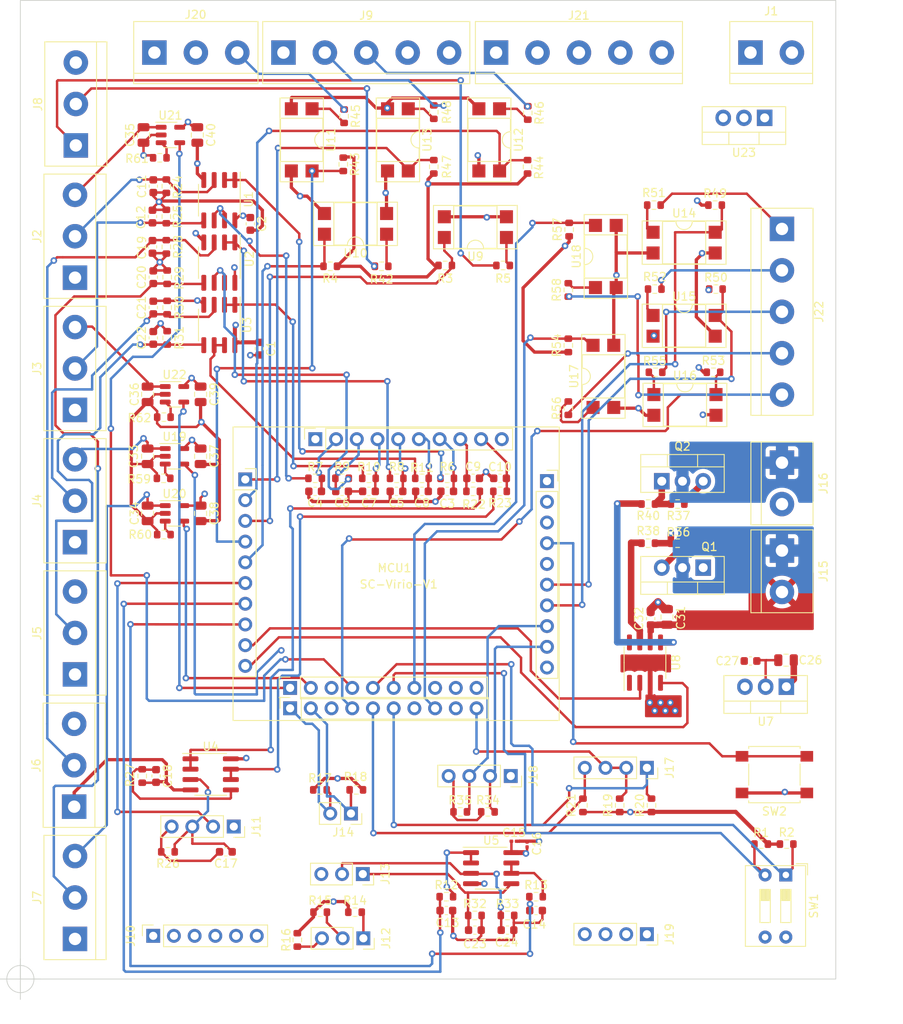
<source format=kicad_pcb>
(kicad_pcb (version 20211014) (generator pcbnew)
  (layers (0 "F.Cu" power) (1 "In1.Cu" signal) (2 "In2.Cu" signal) (31 "B.Cu" power) (34 "B.Paste" user) (35 "F.Paste" user) (36 "B.SilkS" user "B.Silkscreen") (37 "F.SilkS" user "F.Silkscreen") (38 "B.Mask" user) (39 "F.Mask" user) (44 "Edge.Cuts" user))
  (net 0 "")
  (net 1 "+5V")
  (net 2 "GND")
  (net 3 "/ADC_Temp")
  (net 4 "/ADC_pH")
  (net 5 "/ADC_Turb")
  (net 6 "/ADC_TDS")
  (net 7 "/ADC_Oxig")
  (net 8 "/ADC_Nivel")
  (net 9 "/Balan_SCK")
  (net 10 "/ADC1_Ex")
  (net 11 "/Sensor /Temp_IN")
  (net 12 "/Sensor /pH_IN")
  (net 13 "/ADC2_Ex")
  (net 14 "/ADC3_Ex")
  (net 15 "/Sensor /Balan_IN")
  (net 16 "/Sensor /ADC1_EX_HEADER")
  (net 17 "/Sensor /Turbi_IN")
  (net 18 "/Sensor /TDS_IN")
  (net 19 "/Sensor /Oxig_IN")
  (net 20 "/Sensor /Nivel_IN")
  (net 21 "/Extra/ADC3_EX_HEADER")
  (net 22 "/Extra/ADC2_EX_HEADER")
  (net 23 "+12V")
  (net 24 "+3V3")
  (net 25 "/Sensor /Vcc_Oxig")
  (net 26 "/Sensor /Vcc_TDS")
  (net 27 "/Sensor /Vcc_Temp")
  (net 28 "/Sensor /Vcc_pH")
  (net 29 "/Sensor /Niv_alm_min")
  (net 30 "/Sensor /Niv_alm_med")
  (net 31 "/Sensor /Niv_ag_min")
  (net 32 "/Sensor /Niv_ag_max")
  (net 40 "/GPIO2_ext")
  (net 41 "/GPIO1_ext")
  (net 42 "/GPIO0_ext")
  (net 44 "/I2C_SCL_ext")
  (net 45 "/I2C_SDA_ext")
  (net 46 "/PWM/Out_PWM_A")
  (net 47 "/PWM/Out_PWM_B")
  (net 48 "/Rx_485")
  (net 49 "/Tx_485")
  (net 50 "/Rx_232")
  (net 51 "/Tx_232")
  (net 54 "/Sensor /Niv_mst_max")
  (net 55 "/Extra/In_opt_1")
  (net 56 "/Extra/In_opt_2")
  (net 57 "/Extra/In_opt_3")
  (net 58 "/Extra/In_opt_4")
  (net 59 "/Extra/In_opt_5")
  (net 62 "/Rest")
  (net 64 "/Opto2_ext")
  (net 65 "/Opto1_ext")
  (net 68 "/Niv_max_alm")
  (net 69 "/Opto3_ext")
  (net 71 "/Opto4_ext")
  (net 73 "/Niv_min_alm_eventout")
  (net 74 "/Niv_max_mst")
  (net 75 "/Niv_med_alm")
  (net 76 "/PWM_A")
  (net 77 "/PWM_B")
  (net 78 "/Act_Sensor_pH")
  (net 79 "/Act_Sensor_TDS")
  (net 80 "/Act_Sensor_Oxig")
  (net 81 "/Act_Sensor_Temp")
  (net 82 "DIP1")
  (net 83 "DIP2")
  (net 84 "/Opto5_ext")
  (net 88 "Net-(Q1-Pad1)")
  (net 89 "Net-(Q2-Pad1)")
  (net 90 "Net-(R5-Pad2)")
  (net 91 "Net-(R6-Pad2)")
  (net 92 "Net-(R7-Pad2)")
  (net 93 "Net-(R8-Pad2)")
  (net 94 "Net-(R9-Pad2)")
  (net 95 "Net-(R10-Pad2)")
  (net 96 "Net-(R11-Pad2)")
  (net 97 "Net-(R12-Pad2)")
  (net 98 "Net-(R13-Pad2)")
  (net 99 "Net-(R22-Pad2)")
  (net 100 "Net-(R23-Pad2)")
  (net 101 "Net-(R38-Pad2)")
  (net 102 "Net-(R40-Pad2)")
  (net 103 "Net-(R42-Pad2)")
  (net 104 "Net-(R45-Pad2)")
  (net 105 "Net-(R48-Pad2)")
  (net 106 "Net-(R51-Pad2)")
  (net 107 "Net-(R52-Pad2)")
  (net 108 "Net-(R55-Pad2)")
  (net 109 "Net-(R58-Pad2)")
  (net 110 "Net-(R59-Pad2)")
  (net 111 "Net-(R60-Pad2)")
  (net 112 "Net-(R61-Pad2)")
  (net 113 "Net-(R62-Pad2)")
  (net 116 "/ADC_Balan")
  (net 117 "ENA_485_GPIO")
  (net 118 "/Niv_minAg_eventout")
  (net 119 "/Niv_maxAg_eventout")
  (net 120 "Net-(U12-Pad1)")
  (net 121 "Net-(U17-Pad1)")
  (footprint "Package_DIP:DIP-4_W7.62mm_SMDSocket_SmallPads" (layer "F.Cu") (at 127.2 66.8 -90)
    (fp_text reference "U12")
    (fp_text value "PC817")
  )
  (footprint "TerminalBlock:TerminalBlock_bornier-3_P5.08mm" (layer "F.Cu") (at 76.4 132.346664 90)
    (fp_text reference "J5")
    (fp_text value "Nivel_SEN")
  )
  (footprint "Resistor_SMD:R_0603_1608Metric" (layer "F.Cu") (at 106.44 146.5)
    (fp_text reference "R17")
    (fp_text value "10k")
  )
  (footprint "Resistor_SMD:R_0603_1608Metric" (layer "F.Cu") (at 131.925 63.5 -90)
    (fp_text reference "R46")
    (fp_text value "560")
  )
  (footprint "Capacitor_SMD:C_0805_2012Metric" (layer "F.Cu") (at 91.4 66.2 -90)
    (fp_text reference "C40")
    (fp_text value "10uF")
  )
  (footprint "Resistor_SMD:R_0603_1608Metric" (layer "F.Cu") (at 87.7 87.36 90)
    (fp_text reference "R30")
    (fp_text value "47k")
  )
  (footprint "Capacitor_SMD:C_0603_1608Metric" (layer "F.Cu") (at 85.9 79.92 -90)
    (fp_text reference "C19")
    (fp_text value "1nF")
  )
  (footprint "Capacitor_SMD:C_0805_2012Metric" (layer "F.Cu") (at 84.8 66.2 -90)
    (fp_text reference "C35")
    (fp_text value "10uF")
  )
  (footprint "Resistor_SMD:R_0603_1608Metric" (layer "F.Cu") (at 125.225 109.9)
    (fp_text reference "R22")
    (fp_text value "10k")
  )
  (footprint "Connector_PinSocket_2.54mm:PinSocket_1x04_P2.54mm_Vertical" (layer "F.Cu") (at 95.87 151 -90)
    (fp_text reference "J11")
    (fp_text value "Head_HX711")
  )
  (footprint "TerminalBlock:TerminalBlock_bornier-2_P5.08mm" (layer "F.Cu") (at 163.1 106.38 -90)
    (fp_text reference "J16")
    (fp_text value "PWM_B")
  )
  (footprint "Resistor_SMD:R_0603_1608Metric" (layer "F.Cu") (at 136.9 92 90)
    (fp_text reference "R54")
    (fp_text value "10k")
  )
  (footprint "Resistor_SMD:R_0603_1608Metric" (layer "F.Cu") (at 147.1 148.4 90)
    (fp_text reference "R20")
    (fp_text value "10k")
  )
  (footprint "Resistor_SMD:R_0603_1608Metric" (layer "F.Cu") (at 87.6 72.48 -90)
    (fp_text reference "R24")
    (fp_text value "47k")
  )
  (footprint "Package_DIP:DIP-4_W7.62mm_SMDSocket_SmallPads" (layer "F.Cu") (at 125.5 77.5 180)
    (fp_text reference "U9")
    (fp_text value "PC817")
  )
  (footprint "Package_DIP:DIP-4_W7.62mm_SMDSocket_SmallPads" (layer "F.Cu") (at 141.2 95.8 90)
    (fp_text reference "U17")
    (fp_text value "PC817")
  )
  (footprint "Package_TO_SOT_SMD:SOT-23-5" (layer "F.Cu") (at 88.1 66.2)
    (fp_text reference "U21")
    (fp_text value "TPS2041B")
  )
  (footprint "Resistor_SMD:R_0603_1608Metric" (layer "F.Cu") (at 128.9 82.2)
    (fp_text reference "R5")
    (fp_text value "560")
  )
  (footprint "Package_TO_SOT_SMD:SOT-23-5" (layer "F.Cu") (at 88.6 98)
    (fp_text reference "U22")
    (fp_text value "TPS2041B")
  )
  (footprint "TerminalBlock:TerminalBlock_bornier-5_P5.08mm" (layer "F.Cu") (at 128.04 56.1)
    (fp_text reference "J21")
    (fp_text value "Vcc")
  )
  (footprint "Resistor_SMD:R_0603_1608Metric" (layer "F.Cu") (at 86.8 69)
    (fp_text reference "R61")
    (fp_text value "10k")
  )
  (footprint "Package_DIP:DIP-4_W7.62mm_SMDSocket_SmallPads" (layer "F.Cu") (at 116 66.8 -90)
    (fp_text reference "U13")
    (fp_text value "PC817")
  )
  (footprint "TerminalBlock:TerminalBlock_bornier-2_P5.08mm" (layer "F.Cu") (at 163.1 117.16 -90)
    (fp_text reference "J15")
    (fp_text value "PWM_A")
  )
  (footprint "TerminalBlock:TerminalBlock_bornier-3_P5.08mm" (layer "F.Cu") (at 76.4 164.78 90)
    (fp_text reference "J7")
    (fp_text value "TDS_SEN")
  )
  (footprint "Resistor_SMD:R_0603_1608Metric" (layer "F.Cu") (at 147.6 95.3 180)
    (fp_text reference "R55")
    (fp_text value "560")
  )
  (footprint "Package_SO:SOIC-8_3.9x4.9mm_P1.27mm" (layer "F.Cu") (at 146.3 130.9 90)
    (fp_text reference "U8")
    (fp_text value "MIC4427")
  )
  (footprint "Resistor_SMD:R_0603_1608Metric" (layer "F.Cu") (at 143.2 148.4 90)
    (fp_text reference "R19")
    (fp_text value "10k")
  )
  (footprint "Resistor_SMD:R_0603_1608Metric" (layer "F.Cu") (at 163.675 153.1525)
    (fp_text reference "R2")
    (fp_text value "10k")
  )
  (footprint "Resistor_SMD:R_0603_1608Metric" (layer "F.Cu") (at 146.7 116.255 180)
    (fp_text reference "R38")
    (fp_text value "10")
  )
  (footprint "Package_TO_SOT_SMD:SOT-23-5" (layer "F.Cu") (at 88.6 112.6)
    (fp_text reference "U20")
    (fp_text value "TPS2041B")
  )
  (footprint "Capacitor_SMD:C_0603_1608Metric" (layer "F.Cu") (at 99 92.4 -90)
    (fp_text reference "C1")
    (fp_text value "100n")
  )
  (footprint "Package_DIP:DIP-4_W7.62mm_SMDSocket_SmallPads" (layer "F.Cu") (at 151.1 79.4)
    (fp_text reference "U14")
    (fp_text value "PC817")
  )
  (footprint "Resistor_SMD:R_0603_1608Metric" (layer "F.Cu") (at 87.8 154.1 180)
    (fp_text reference "R26")
    (fp_text value "47k")
  )
  (footprint "Resistor_SMD:R_0603_1608Metric" (layer "F.Cu") (at 136.9 85.2 90)
    (fp_text reference "R58")
    (fp_text value "560")
  )
  (footprint "Capacitor_SMD:C_0805_2012Metric" (layer "F.Cu") (at 91.8 112.6 -90)
    (fp_text reference "C38")
    (fp_text value "10uF")
  )
  (footprint "Package_SO:SOIC-8_3.9x4.9mm_P1.27mm" (layer "F.Cu") (at 94.1 74.2 -90)
    (fp_text reference "U1")
    (fp_text value "LM358")
  )
  (footprint "Resistor_SMD:R_0603_1608Metric" (layer "F.Cu") (at 109.4 63.9 -90)
    (fp_text reference "R45")
    (fp_text value "560")
  )
  (footprint "Resistor_SMD:R_0603_1608Metric" (layer "F.Cu") (at 136.9 99.7 90)
    (fp_text reference "R56")
    (fp_text value "560")
  )
  (footprint "Capacitor_SMD:C_0603_1608Metric" (layer "F.Cu") (at 86 83.64 90)
    (fp_text reference "C20")
    (fp_text value "1nF")
  )
  (footprint "Resistor_SMD:R_0603_1608Metric" (layer "F.Cu") (at 87.3 115.2)
    (fp_text reference "R60")
    (fp_text value "10k")
  )
  (footprint "Resistor_SMD:R_0603_1608Metric" (layer "F.Cu") (at 87.7 83.64 90)
    (fp_text reference "R29")
    (fp_text value "47k")
  )
  (footprint "Resistor_SMD:R_0603_1608Metric" (layer "F.Cu") (at 84.64 144.8 -90)
    (fp_text reference "R27")
    (fp_text value "47k")
  )
  (footprint "Resistor_SMD:R_0603_1608Metric" (layer "F.Cu") (at 127.04 149.2)
    (fp_text reference "R34")
    (fp_text value "10k")
  )
  (footprint "Button_Switch_SMD:SW_SPST_B3S-1000" (layer "F.Cu") (at 162.175 144.6325 180)
    (fp_text reference "SW2")
    (fp_text value "SW_Push")
  )
  (footprint "Connector_PinSocket_2.54mm:PinSocket_1x04_P2.54mm_Vertical" (layer "F.Cu") (at 146.54 143.8 -90)
    (fp_text reference "J17")
    (fp_text value "Header_Max485_1")
  )
  (footprint "Resistor_SMD:R_0603_1608Metric" (layer "F.Cu") (at 123.64 149.2)
    (fp_text reference "R35")
    (fp_text value "10k")
  )
  (footprint "Capacitor_SMD:C_0603_1608Metric" (layer "F.Cu") (at 109.15 109.9)
    (fp_text reference "C6")
    (fp_text value "100nF")
  )
  (footprint "Resistor_SMD:R_0603_1608Metric" (layer "F.Cu") (at 146.7 111.455 180)
    (fp_text reference "R40")
    (fp_text value "10")
  )
  (footprint "Capacitor_SMD:C_0805_2012Metric" (layer "F.Cu") (at 85.3 105.6 -90)
    (fp_text reference "C33")
    (fp_text value "10uF")
  )
  (footprint "Capacitor_SMD:C_0603_1608Metric" (layer "F.Cu") (at 85.9 76.2 90)
    (fp_text reference "C12")
    (fp_text value "1nF")
  )
  (footprint "Resistor_SMD:R_0603_1608Metric" (layer "F.Cu") (at 105.85 108.3 180)
    (fp_text reference "R7")
    (fp_text value "10k")
  )
  (footprint "Resistor_SMD:R_0603_1608Metric" (layer "F.Cu") (at 87.3 100.8)
    (fp_text reference "R62")
    (fp_text value "10k")
  )
  (footprint "Package_TO_SOT_SMD:SOT-23-5" (layer "F.Cu") (at 88.6 105.6)
    (fp_text reference "U19")
    (fp_text value "TPS2041B")
  )
  (footprint "Package_SO:SOIC-8_3.9x4.9mm_P1.27mm" (layer "F.Cu") (at 127.44 156.1)
    (fp_text reference "U5")
    (fp_text value "LM358")
  )
  (footprint "Resistor_SMD:R_0603_1608Metric" (layer "F.Cu") (at 109.3 69.8 -90)
    (fp_text reference "R43")
    (fp_text value "10k")
  )
  (footprint "Resistor_SMD:R_0603_1608Metric" (layer "F.Cu") (at 138.69 148.4 90)
    (fp_text reference "R21")
    (fp_text value "10k")
  )
  (footprint "Resistor_SMD:R_0603_1608Metric" (layer "F.Cu") (at 109.15 108.3)
    (fp_text reference "R9")
    (fp_text value "10k")
  )
  (footprint "Package_DIP:DIP-4_W7.62mm_SMDSocket_SmallPads" (layer "F.Cu") (at 110.8 77.1 180)
    (fp_text reference "U10")
    (fp_text value "PC817")
  )
  (footprint "Package_DIP:DIP-4_W7.62mm_SMDSocket_SmallPads" (layer "F.Cu") (at 141.5 81.1 90)
    (fp_text reference "U18")
    (fp_text value "PC817")
  )
  (footprint "Resistor_SMD:R_0603_1608Metric" (layer "F.Cu") (at 128.525 109.9 180)
    (fp_text reference "R23")
    (fp_text value "10k")
  )
  (footprint "Resistor_SMD:R_0603_1608Metric" (layer "F.Cu") (at 154.7 95.3)
    (fp_text reference "R53")
    (fp_text value "10k")
  )
  (footprint "Resistor_SMD:R_0603_1608Metric" (layer "F.Cu") (at 121.8 82.2)
    (fp_text reference "R3")
    (fp_text value "10k")
  )
  (footprint "Capacitor_SMD:C_0603_1608Metric" (layer "F.Cu") (at 86 91.08 90)
    (fp_text reference "C22")
    (fp_text value "1nF")
  )
  (footprint "Resistor_SMD:R_0603_1608Metric" (layer "F.Cu") (at 112.45 108.3 180)
    (fp_text reference "R10")
    (fp_text value "10k")
  )
  (footprint "Resistor_SMD:R_0603_1608Metric" (layer "F.Cu") (at 120.4 63.4 -90)
    (fp_text reference "R48")
    (fp_text value "560")
  )
  (footprint "Package_DIP:DIP-4_W7.62mm_SMDSocket_SmallPads" (layer "F.Cu") (at 151.1 89.6)
    (fp_text reference "U15")
    (fp_text value "PC817")
  )
  (footprint "Resistor_SMD:R_0603_1608Metric" (layer "F.Cu") (at 87.2625 108.3)
    (fp_text reference "R59")
    (fp_text value "10k")
  )
  (footprint "Package_TO_SOT_THT:TO-220-3_Vertical" (layer "F.Cu") (at 163.64 133.855 180)
    (fp_text reference "U7")
    (fp_text value "LM7805_TO220")
  )
  (footprint "Package_TO_SOT_THT:TO-220-3_Vertical" (layer "F.Cu") (at 153.44 119.255 180)
    (fp_text reference "Q1")
    (fp_text value "IRF3205")
  )
  (footprint "TerminalBlock:TerminalBlock_bornier-5_P5.08mm" (layer "F.Cu") (at 163.1 77.72 -90)
    (fp_text reference "J22")
    (fp_text value "Optocoupler")
  )
  (footprint "Capacitor_SMD:C_0805_2012Metric" (layer "F.Cu") (at 91.8 98 -90)
    (fp_text reference "C39")
    (fp_text value "10uF")
  )
  (footprint "Connector_PinSocket_2.54mm:PinSocket_1x02_P2.54mm_Vertical" (layer "F.Cu") (at 110.24 149.4 -90)
    (fp_text reference "J14")
    (fp_text value "Exp_I2C")
  )
  (footprint "Capacitor_SMD:C_0805_2012Metric" (layer "F.Cu") (at 163.6 130.6 180)
    (fp_text reference "C26")
    (fp_text value "0.22uf")
  )
  (footprint "Package_DIP:DIP-4_W7.62mm_SMDSocket_SmallPads" (layer "F.Cu") (at 104.2 66.8 -90)
    (fp_text reference "U11")
    (fp_text value "PC817")
  )
  (footprint "Resistor_SMD:R_0603_1608Metric" (layer "F.Cu") (at 147.4 74.8 180)
    (fp_text reference "R51")
    (fp_text value "560")
  )
  (footprint "Capacitor_SMD:C_0603_1608Metric" (layer "F.Cu") (at 105.85 109.9 180)
    (fp_text reference "C4")
    (fp_text value "100nF")
  )
  (footprint "Connector_PinSocket_2.54mm:PinSocket_1x04_P2.54mm_Vertical" (layer "F.Cu") (at 129.84 144.8 -90)
    (fp_text reference "J18")
    (fp_text value "Header_Max3232")
  )
  (footprint "Capacitor_SMD:C_0603_1608Metric" (layer "F.Cu") (at 128.525 108.3 180)
    (fp_text reference "C10")
    (fp_text value "100nF")
  )
  (footprint "Resistor_SMD:R_0603_1608Metric" (layer "F.Cu") (at 131.9 70.1 90)
    (fp_text reference "R44")
    (fp_text value "10k")
  )
  (footprint "Capacitor_SMD:C_0201_0603Metric" (layer "F.Cu") (at 131.84 153.2 90)
    (fp_text reference "C16")
    (fp_text value "100n")
  )
  (footprint "Resistor_SMD:R_0603_1608Metric" (layer "F.Cu") (at 147.5 85.1 180)
    (fp_text reference "R52")
    (fp_text value "560")
  )
  (footprint "Capacitor_SMD:C_0805_2012Metric" (layer "F.Cu") (at 85.3 112.6 -90)
    (fp_text reference "C34")
    (fp_text value "10uF")
  )
  (footprint "Capacitor_SMD:C_0805_2012Metric" (layer "F.Cu") (at 91.8 105.6 -90)
    (fp_text reference "C37")
    (fp_text value "10uF")
  )
  (footprint "Resistor_SMD:R_0603_1608Metric" (layer "F.Cu") (at 132.94 159.6)
    (fp_text reference "R13")
    (fp_text value "10k")
  )
  (footprint "TerminalBlock:TerminalBlock_bornier-3_P5.08mm" (layer "F.Cu") (at 76.4 99.913332 90)
    (fp_text reference "J3")
    (fp_text value "pH_SEN")
  )
  (footprint "Capacitor_SMD:C_0603_1608Metric" (layer "F.Cu") (at 159.245 130.7)
    (fp_text reference "C27")
    (fp_text value "100nf")
  )
  (footprint "Connector_PinSocket_2.54mm:PinSocket_1x03_P2.54mm_Vertical" (layer "F.Cu") (at 111.765 164.7 -90)
    (fp_text reference "J12")
    (fp_text value "Exp_GPIO")
  )
  (footprint "Capacitor_SMD:C_0603_1608Metric" (layer "F.Cu") (at 122.05 109.9 180)
    (fp_text reference "C3")
    (fp_text value "100nF")
  )
  (footprint "Capacitor_SMD:C_0805_2012Metric" (layer "F.Cu") (at 85.3 98 -90)
    (fp_text reference "C36")
    (fp_text value "10uF")
  )
  (footprint "Resistor_SMD:R_0603_1608Metric" (layer "F.Cu") (at 150.3 116.255 180)
    (fp_text reference "R36")
    (fp_text value "10k")
  )
  (footprint "Resistor_SMD:R_0603_1608Metric" (layer "F.Cu") (at 87.6 79.92 -90)
    (fp_text reference "R28")
    (fp_text value "47k")
  )
  (footprint "Resistor_SMD:R_0603_1608Metric" (layer "F.Cu") (at 122.05 108.3 180)
    (fp_text reference "R6")
    (fp_text value "10k")
  )
  (footprint "Capacitor_SMD:C_0603_1608Metric" (layer "F.Cu") (at 86 72.48 -90)
    (fp_text reference "C11")
    (fp_text value "1nF")
  )
  (footprint "User_Defet:SC-VIRIO-V1" (layer "F.Cu") (at 95.78 138)
    (fp_text reference "MCU1")
    (fp_text value "SC-Virio-V1")
  )
  (footprint "TerminalBlock:TerminalBlock_bornier-5_P5.08mm" (layer "F.Cu") (at 101.96 56.1)
    (fp_text reference "J9")
    (fp_text value "Nivel2_SEN")
  )
  (footprint "Resistor_SMD:R_0603_1608Metric" (layer "F.Cu") (at 87.7 91.08 90)
    (fp_text reference "R31")
    (fp_text value "47k")
  )
  (footprint "Capacitor_SMD:C_0603_1608Metric" (layer "F.Cu") (at 86 87.36 90)
    (fp_text reference "C21")
    (fp_text value "1nF")
  )
  (footprint "Button_Switch_THT:SW_DIP_SPSTx02_Slide_9.78x7.26mm_W7.62mm_P2.54mm" (layer "F.Cu") (at 163.575 156.9325 -90)
    (fp_text reference "SW1")
    (fp_text value "SWDIP")
  )
  (footprint "Resistor_SMD:R_0603_1608Metric" (layer "F.Cu") (at 110.74 161.5)
    (fp_text reference "R14")
    (fp_text value "10k")
  )
  (footprint "Resistor_SMD:R_0603_1608Metric" (layer "F.Cu") (at 118.95 108.3 180)
    (fp_text reference "R11")
    (fp_text value "10k")
  )
  (footprint "Resistor_SMD:R_0603_1608Metric" (layer "F.Cu") (at 110.9 146.5 180)
    (fp_text reference "R18")
    (fp_text value "10k")
  )
  (footprint "Capacitor_SMD:C_0603_1608Metric" (layer "F.Cu") (at 125.225 108.3)
    (fp_text reference "C9")
    (fp_text value "100nF")
  )
  (footprint "Capacitor_SMD:C_0201_0603Metric" (layer "F.Cu") (at 130.24 152.8)
    (fp_text reference "C15")
    (fp_text value "100n")
  )
  (footprint "Package_SO:SOIC-8_3.9x4.9mm_P1.27mm" (layer "F.Cu") (at 93.04 144.6)
    (fp_text reference "U4")
    (fp_text value "LM358")
  )
  (footprint "TerminalBlock:TerminalBlock_bornier-3_P5.08mm" (layer "F.Cu") (at 86.14 56.1)
    (fp_text reference "J20")
    (fp_text value "Niv_alm_SEN")
  )
  (footprint "TerminalBlock:TerminalBlock_bornier-3_P5.08mm" (layer "F.Cu") (at 76.4 116.129998 90)
    (fp_text reference "J4")
    (fp_text value "Oxig_SEN")
  )
  (footprint "Resistor_SMD:R_0603_1608Metric" (layer "F.Cu") (at 115.85 108.3 180)
    (fp_text reference "R8")
    (fp_text value "10k")
  )
  (footprint "Capacitor_SMD:C_0603_1608Metric" (layer "F.Cu") (at 97.9 77.1 -90)
    (fp_text reference "C2")
    (fp_text value "100n")
  )
  (footprint "Capacitor_SMD:C_0603_1608Metric" (layer "F.Cu") (at 147 125.5 90)
    (fp_text reference "C32")
    (fp_text value "100n")
  )
  (footprint "Resistor_SMD:R_0603_1608Metric" (layer "F.Cu") (at 120.4 70.1 90)
    (fp_text reference "R47")
    (fp_text value "10k")
  )
  (footprint "Package_TO_SOT_THT:TO-220-3_Vertical" (layer "F.Cu") (at 148.36 108.655)
    (fp_text reference "Q2")
    (fp_text value "IRF3205")
  )
  (footprint "TerminalBlock:TerminalBlock_bornier-3_P5.08mm" (layer "F.Cu") (at 76.5 67.48 90)
    (fp_text reference "J8")
    (fp_text value "Niv_mst_SEN")
  )
  (footprint "Package_TO_SOT_THT:TO-220-3_Vertical" (layer "F.Cu") (at 160.98 64.1 180)
    (fp_text reference "U23")
    (fp_text value "LM7805_TO220")
  )
  (footprint "Resistor_SMD:R_0603_1608Metric" (layer "F.Cu") (at 154.9 74.8)
    (fp_text reference "R49")
    (fp_text value "10k")
  )
  (footprint "Capacitor_SMD:C_0603_1608Metric" (layer "F.Cu") (at 112.45 109.9 180)
    (fp_text reference "C7")
    (fp_text value "100nF")
  )
  (footprint "Resistor_SMD:R_0603_1608Metric" (layer "F.Cu") (at 107.7 82.3 180)
    (fp_text reference "R4")
    (fp_text value "10k")
  )
  (footprint "Capacitor_SMD:C_0603_1608Metric" (layer "F.Cu") (at 125.44 163.7)
    (fp_text reference "C23")
    (fp_text value "1nF")
  )
  (footprint "Capacitor_SMD:C_0603_1608Metric" (layer "F.Cu") (at 132.94 161.3)
    (fp_text reference "C14")
    (fp_text value "100nF")
  )
  (footprint "Capacitor_SMD:C_0603_1608Metric" (layer "F.Cu") (at 94.9 154.1 180)
    (fp_text reference "C17")
    (fp_text value "1nF")
  )
  (footprint "Capacitor_SMD:C_0805_2012Metric" (layer "F.Cu") (at 149 125.3 90)
    (fp_text reference "C31")
    (fp_text value "4.7µ")
  )
  (footprint "Resistor_SMD:R_0603_1608Metric" (layer "F.Cu") (at 160.55 153.1525 180)
    (fp_text reference "R1")
    (fp_text value "10k")
  )
  (footprint "Resistor_SMD:R_0603_1608Metric" (layer "F.Cu") (at 125.44 161.9)
    (fp_text reference "R32")
    (fp_text value "47k")
  )
  (footprint "TerminalBlock:TerminalBlock_bornier-2_P5.08mm" (layer "F.Cu") (at 159.24 56.1)
    (fp_text reference "J1")
    (fp_text value "Input")
  )
  (footprint "Resistor_SMD:R_0603_1608Metric" (layer "F.Cu") (at 121.94 159.6)
    (fp_text reference "R12")
    (fp_text value "10k")
  )
  (footprint "Package_SO:SOIC-8_3.9x4.9mm_P1.27mm" (layer "F.Cu") (at 94.1 89.5 -90)
    (fp_text reference "U3")
    (fp_text value "LM358")
  )
  (footprint "Capacitor_SMD:C_0603_1608Metric" (layer "F.Cu") (at 129.44 163.7)
    (fp_text reference "C24")
    (fp_text value "1nF")
  )
  (footprint "Capacitor_SMD:C_0603_1608Metric" (layer "F.Cu") (at 86.34 144.8 -90)
    (fp_text reference "C18")
    (fp_text value "1nF")
  )
  (footprint "Resistor_SMD:R_0603_1608Metric" (layer "F.Cu") (at 103.665 164.9 -90)
    (fp_text reference "R16")
    (fp_text value "10k")
  )
  (footprint "Resistor_SMD:R_0603_1608Metric" (layer "F.Cu") (at 137 77.8 90)
    (fp_text reference "R57")
    (fp_text value "10k")
  )
  (footprint "Connector_PinSocket_2.54mm:PinSocket_1x04_P2.54mm_Vertical" (layer "F.Cu") (at 146.54 164.2 -90)
    (fp_text reference "J19")
    (fp_text value "Header_Max485_2")
  )
  (footprint "Capacitor_SMD:C_0603_1608Metric" (layer "F.Cu") (at 118.95 109.9 180)
    (fp_text reference "C8")
    (fp_text value "100nF")
  )
  (footprint "Resistor_SMD:R_0603_1608Metric" (layer "F.Cu") (at 87.6 76.2 90)
    (fp_text reference "R25")
    (fp_text value "47k")
  )
  (footprint "Capacitor_SMD:C_0603_1608Metric" (layer "F.Cu") (at 121.94 161.3)
    (fp_text reference "C13")
    (fp_text value "100nF")
  )
  (footprint "Connector_PinSocket_2.54mm:PinSocket_1x03_P2.54mm_Vertical" (layer "F.Cu") (at 111.69 156.825 -90)
    (fp_text reference "J13")
    (fp_text value "Exp_ADC")
  )
  (footprint "Resistor_SMD:R_0603_1608Metric" (layer "F.Cu") (at 150.3 111.455)
    (fp_text reference "R37")
    (fp_text value "10k")
  )
  (footprint "Resistor_SMD:R_0603_1608Metric" (layer "F.Cu") (at 106.465 161.5)
    (fp_text reference "R15")
    (fp_text value "10k")
  )
  (footprint "TerminalBlock:TerminalBlock_bornier-3_P5.08mm" (layer "F.Cu") (at 76.3 148.56333 90)
    (fp_text reference "J6")
    (fp_text value "Turb_SEN")
  )
  (footprint "Resistor_SMD:R_0603_1608Metric" (layer "F.Cu") (at 114 82.3)
    (fp_text reference "R42")
    (fp_text value "560")
  )
  (footprint "TerminalBlock:TerminalBlock_bornier-3_P5.08mm" (layer "F.Cu") (at 76.4 83.696666 90)
    (fp_text reference "J2")
    (fp_text value "Temp_SEN")
  )
  (footprint "Connector_PinSocket_2.54mm:PinSocket_1x06_P2.54mm_Vertical" (layer "F.Cu") (at 85.99 164.4 90)
    (fp_text reference "J10")
    (fp_text value "Head_HX711_2")
  )
  (footprint "Package_SO:SOIC-8_3.9x4.9mm_P1.27mm" (layer "F.Cu") (at 94.1 81.85 -90)
    (fp_text reference "U2")
    (fp_text value "LM358")
  )
  (footprint "Capacitor_SMD:C_0603_1608Metric" (layer "F.Cu") (at 115.825 109.9 180)
    (fp_text reference "C5")
    (fp_text value "100nF")
  )
  (footprint "Resistor_SMD:R_0603_1608Metric" (layer "F.Cu") (at 129.44 161.9)
    (fp_text reference "R33")
    (fp_text value "47k")
  )
  (footprint "Resistor_SMD:R_0603_1608Metric" (layer "F.Cu") (at 155 85.1)
    (fp_text reference "R50")
    (fp_text value "10k")
  )
  (footprint "Package_DIP:DIP-4_W7.62mm_SMDSocket_SmallPads" (layer "F.Cu") (at 151.2 99.3)
    (fp_text reference "U16")
    (fp_text value "PC817")
  )
  (gr_rect (start 69.7 49.7) (end 169.7 169.7) (layer "Edge.Cuts") (width 0.1) (fill none))
  (target plus (at 69.7 169.7) (size 5) (width 0.1) (layer "Edge.Cuts"))
  (segment (start 96.355 91.625) (end 96.005 91.975) (width 0.4) (layer "F.Cu") (net 1))
  (segment (start 96.005 91.975) (end 96.2 91.78) (width 0.3) (layer "F.Cu") (net 1))
  (segment (start 129.92 152.8) (end 129.92 154.19) (width 0.3) (layer "F.Cu") (net 1))
  (segment (start 131.7 154.3) (end 131.595 154.195) (width 0.6) (layer "F.Cu") (net 1))
  (segment (start 97.675 76.1) (end 97.9 76.325) (width 0.3) (layer "F.Cu") (net 1))
  (segment (start 97 76.1) (end 96.58 76.1) (width 0.3) (layer "F.Cu") (net 1))
  (segment (start 96.005 91.975) (end 96.005 89.595) (width 0.5) (layer "F.Cu") (net 1))
  (segment (start 97.305 142.695) (end 95.515 142.695) (width 0.4) (layer "F.Cu") (net 1))
  (segment (start 96.005 89.595) (end 96.1 89.5) (width 0.3) (layer "F.Cu") (net 1))
  (segment (start 97 76.1) (end 97.675 76.1) (width 0.3) (layer "F.Cu") (net 1))
  (segment (start 131.84 153.96) (end 131.6 154.2) (width 0.3) (layer "F.Cu") (net 1))
  (segment (start 96.005 84.325) (end 96.005 82.505) (width 0.3) (layer "F.Cu") (net 1))
  (segment (start 131.84 153.52) (end 131.84 153.96) (width 0.3) (layer "F.Cu") (net 1))
  (segment (start 131.595 154.195) (end 129.915 154.195) (width 0.6) (layer "F.Cu") (net 1))
  (segment (start 97.4 142.6) (end 97.305 142.695) (width 0.4) (layer "F.Cu") (net 1))
  (segment (start 96.58 76.1) (end 96.005 76.675) (width 0.3) (layer "F.Cu") (net 1))
  (segment (start 99 91.625) (end 96.355 91.625) (width 0.5) (layer "F.Cu") (net 1))
  (via (at 97 76.1) (size 0.8) (drill 0.4) (layers "F.Cu" "B.Cu") (net 1))
  (via (at 97.4 142.6) (size 0.8) (drill 0.4) (layers "F.Cu" "B.Cu") (net 1))
  (via (at 95.95 82.45) (size 0.8) (drill 0.4) (layers "F.Cu" "B.Cu") (net 1))
  (via (at 96.1 89.5) (size 0.8) (drill 0.4) (layers "F.Cu" "B.Cu") (net 1))
  (via (at 131.7 154.3) (size 0.8) (drill 0.4) (layers "F.Cu" "B.Cu") (net 1))
  (segment (start 158.2 146.8825) (end 163.3325 146.8825) (width 0.4) (layer "F.Cu") (net 2))
  (segment (start 86.475 101.575) (end 86.9 102) (width 0.3) (layer "F.Cu") (net 2))
  (segment (start 85.4 113.6) (end 86.4 112.6) (width 0.3) (layer "F.Cu") (net 2))
  (segment (start 84.8 67.15) (end 85.75 66.2) (width 0.3) (layer "F.Cu") (net 2))
  (segment (start 91.8 98.95) (end 91.8 101.3) (width 0.4) (layer "F.Cu") (net 2))
  (segment (start 151.125 111.175) (end 153.44 108.86) (width 0.8) (layer "F.Cu") (net 2))
  (segment (start 87.55 80.695) (end 87.6 80.745) (width 0.3) (layer "F.Cu") (net 2))
  (segment (start 125.7 164.9) (end 130.2 164.9) (width 0.3) (layer "F.Cu") (net 2))
  (segment (start 126.215 163.7) (end 126.215 164.385) (width 0.3) (layer "F.Cu") (net 2))
  (segment (start 153.44 108.86) (end 153.44 108.655) (width 0.8) (layer "F.Cu") (net 2))
  (segment (start 87.7 86.535) (end 86.065 86.535) (width 0.3) (layer "F.Cu") (net 2))
  (segment (start 83.3 111.55) (end 83.3 106.5) (width 0.4) (layer "F.Cu") (net 2))
  (segment (start 146.37 100.57) (end 145.5 99.7) (width 0.4) (layer "F.Cu") (net 2))
  (segment (start 99 93.175) (end 98.975 93.2) (width 0.3) (layer "F.Cu") (net 2))
  (segment (start 86.34 145.575) (end 86.415 145.5) (width 0.4) (layer "F.Cu") (net 2))
  (segment (start 86.9 89.455) (end 87.7 90.255) (width 0.3) (layer "F.Cu") (net 2))
  (segment (start 125.93 68.83) (end 125.8 68.7) (width 0.4) (layer "F.Cu") (net 2))
  (segment (start 76.3 146.8) (end 76.3 148.56333) (width 0.4) (layer "F.Cu") (net 2))
  (segment (start 111.675 109.9) (end 109.925 109.9) (width 0.3) (layer "F.Cu") (net 2))
  (segment (start 84.8 68.7) (end 84.8 67.15) (width 0.3) (layer "F.Cu") (net 2))
  (segment (start 152.6 88.5) (end 152.6 81.5) (width 0.4) (layer "F.Cu") (net 2))
  (segment (start 86.475 114.675) (end 85.4 113.6) (width 0.3) (layer "F.Cu") (net 2))
  (segment (start 166.15 146.8825) (end 163.5675 146.8825) (width 0.4) (layer "F.Cu") (net 2))
  (segment (start 94.1 113.4) (end 94.1 106.6) (width 0.4) (layer "F.Cu") (net 2))
  (segment (start 85.3 106.55) (end 86.25 105.6) (width 0.3) (layer "F.Cu") (net 2))
  (segment (start 103 61.6) (end 102.93 61.67) (width 0.4) (layer "F.Cu") (net 2))
  (segment (start 113.327898 62.9) (end 112.027898 61.6) (width 0.4) (layer "F.Cu") (net 2))
  (segment (start 133.3 162.8) (end 133.715 162.385) (width 0.3) (layer "F.Cu") (net 2))
  (segment (start 90.565 146.505) (end 88.505 146.505) (width 0.4) (layer "F.Cu") (net 2))
  (segment (start 87.6 73.305) (end 87.6 73.5) (width 0.3) (layer "F.Cu") (net 2))
  (segment (start 91.85 113.5) (end 94 113.5) (width 0.4) (layer "F.Cu") (net 2))
  (segment (start 162.65 130.6) (end 161.2 130.6) (width 0.3) (layer "F.Cu") (net 2))
  (segment (start 121.69 76.23) (end 129.31 76.23) (width 0.4) (layer "F.Cu") (net 2))
  (segment (start 87.55 73.255) (end 87.6 73.305) (width 0.3) (layer "F.Cu") (net 2))
  (segment (start 126.265 163.65) (end 126.215 163.7) (width 0.3) (layer "F.Cu") (net 2))
  (segment (start 84.64 145.625) (end 86.29 145.625) (width 0.3) (layer "F.Cu") (net 2))
  (segment (start 112.027898 61.6) (end 103 61.6) (width 0.4) (layer "F.Cu") (net 2))
  (segment (start 115.05 111.15) (end 115.0495 111.1505) (width 0.4) (layer "F.Cu") (net 2))
  (segment (start 147.29 80.67) (end 142.87 80.67) (width 0.4) (layer "F.Cu") (net 2))
  (segment (start 91.8 101.3) (end 91.9 101.4) (width 0.4) (layer "F.Cu") (net 2))
  (segment (start 121.275 109.9) (end 121.275 110.4755) (width 0.4) (layer "F.Cu") (net 2))
  (segment (start 87.6 75.3) (end 86.7 74.4) (width 0.3) (layer "F.Cu") (net 2))
  (segment (start 133.715 162.385) (end 133.715 161.3) (width 0.3) (layer "F.Cu") (net 2))
  (segment (start 86.29 145.625) (end 86.3275 145.5875) (width 0.3) (layer "F.Cu") (net 2))
  (segment (start 105.075 110.675) (end 105.5505 111.1505) (width 0.4) (layer "F.Cu") (net 2))
  (segment (start 94.1 103.6) (end 94.1 106.6) (width 0.4) (layer "F.Cu") (net 2))
  (segment (start 85.3 98.95) (end 83.3 100.95) (width 0.4) (layer "F.Cu") (net 2))
  (segment (start 94.125 154.1) (end 93.025 155.2) (width 0.3) (layer "F.Cu") (net 2))
  (segment (start 98.975 93.2) (end 97.9 93.2) (width 0.3) (layer "F.Cu") (net 2))
  (segment (start 163.5675 146.8825) (end 163.45 146.765) (width 0.4) (layer "F.Cu") (net 2))
  (segment (start 98.250489 74.300489) (end 86.799511 74.300489) (width 0.4) (layer "F.Cu") (net 2))
  (segment (start 151.125 116.255) (end 151.125 116.49) (width 0.3) (layer "F.Cu") (net 2))
  (segment (start 86.975 152.275) (end 88.25 151) (width 0.3) (layer "F.Cu") (net 2))
  (segment (start 86.4 112.6) (end 87.4625 112.6) (width 0.3) (layer "F.Cu") (net 2))
  (segment (start 91.85 106.6) (end 91.8 106.55) (width 0.4) (layer "F.Cu") (net 2))
  (segment (start 147.9 123.5) (end 148.7 124.3) (width 1) (layer "F.Cu") (net 2))
  (segment (start 142.47 91.99) (end 142.47 85.21) (width 0.4) (layer "F.Cu") (net 2))
  (segment (start 126.265 161.9) (end 126.265 163.65) (width 0.3) (layer "F.Cu") (net 2))
  (segment (start 133.29048 152.79048) (end 130.90952 152.79048) (width 0.4) (layer "F.Cu") (net 2))
  (segment (start 91.705 86.535) (end 92.195 87.025) (width 0.3) (layer "F.Cu") (net 2))
  (segment (start 86.25 105.6) (end 87.4625 105.6) (width 0.3) (layer "F.Cu") (net 2))
  (segment (start 125.93 70.61) (end 125.93 68.83) (width 0.4) (layer "F.Cu") (net 2))
  (segment (start 85.9 80.9) (end 86.8 81.8) (width 0.3) (layer "F.Cu") (net 2))
  (segment (start 87.6 145.5) (end 87.6 143.3) (width 0.4) (layer "F.Cu") (net 2))
  (segment (start 91.8 113.55) (end 91.85 113.5) (width 0.4) (layer "F.Cu") (net 2))
  (segment (start 104 73.7) (end 104.86 73.7) (width 0.4) (layer "F.Cu") (net 2))
  (segment (start 105.5505 111.1505) (end 110.0495 111.1505) (width 0.4) (layer "F.Cu") (net 2))
  (segment (start 87.7 86.535) (end 91.705 86.535) (width 0.3) (layer "F.Cu") (net 2))
  (segment (start 87.6 80.745) (end 87.6 81) (width 0.3) (layer "F.Cu") (net 2))
  (segment (start 161.2 130.6) (end 161.1 130.7) (width 0.3) (layer "F.Cu") (net 2))
  (segment (start 85.675 68.7) (end 85.975 69) (width 0.3) (layer "F.Cu") (net 2))
  (segment (start 160.12 130.6) (end 160.02 130.7) (width 0.3) (layer "F.Cu") (net 2))
  (segment (start 130.2 162.8) (end 133.3 162.8) (width 0.3) (layer "F.Cu") (net 2))
  (segment (start 88.505 146.505) (end 87.5 145.5) (width 0.4) (layer "F.Cu") (net 2))
  (segment (start 87.7 82.7) (end 86.8 81.8) (width 0.3) (layer "F.Cu") (net 2))
  (segment (start 85.75 66.2) (end 86.9625 66.2) (width 0.3) (layer "F.Cu") (net 2))
  (segment (start 152.6 81.5) (end 153.43 80.67) (width 0.4) (layer "F.Cu") (net 2))
  (segment (start 163.3325 146.8825) (end 163.45 146.765) (width 0.4) (layer "F.Cu") (net 2))
  (segment (start 94.1 106.6) (end 91.85 106.6) (width 0.4) (layer "F.Cu") (net 2))
  (segment (start 91.4 69.7) (end 91.4 70.93) (width 0.4) (layer "F.Cu") (net 2))
  (segment (start 83.35 106.55) (end 83.3 106.5) (width 0.3) (layer "F.Cu") (net 2))
  (segment (start 83.3 100.95) (end 83.3 106.5) (width 0.4) (layer "F.Cu") (net 2))
  (segment (start 147.9 123.5) (end 147 124.4) (width 1) (layer "F.Cu") (net 2))
  (segment (start 149.05 124.3) (end 149 124.35) (width 0.3) (layer "F.Cu") (net 2))
  (segment (start 91.4 67.15) (end 91.4 69.7) (width 0.4) (layer "F.Cu") (net 2))
  (segment (start 114.7 62.9) (end 114.7 62.3) (width 0.4) (layer "F.Cu") (net 2))
  (segment (start 105.075 109.9) (end 105.075 110.675) (width 0.4) (layer "F.Cu") (net 2))
  (segment (start 86 73.255) (end 86 73.7) (width 0.3) (layer "F.Cu") (net 2))
  (segment (start 130.90952 152.79048) (end 130.9 152.8) (width 0.4) (layer "F.Cu") (net 2))
  (segment (start 142.77 80.57) (end 142.77 77.29) (width 0.4) (layer "F.Cu") (net 2))
  (segment (start 88.075 155.2) (end 86.975 154.1) (width 0.3) (layer "F.Cu") (net 2))
  (segment (start 85.9 80.695) (end 87.55 80.695) (width 0.3) (layer "F.Cu") (net 2))
  (segment (start 114.7 62.9) (end 113.327898 62.9) (width 0.4) (layer "F.Cu") (net 2))
  (segment (start 91.9 101.4) (end 94.1 103.6) (width 0.4) (layer "F.Cu") (net 2))
  (segment (start 85.3 113.55) (end 83.3 111.55) (width 0.4) (layer "F.Cu") (net 2))
  (segment (start 80.3 142.8) (end 76.3 146.8) (width 0.4) (layer "F.Cu") (net 2))
  (segment (start 91.3 102) (end 91.9 101.4) (width 0.3) (layer "F.Cu") (net 2))
  (segment (start 87.6 73.5) (end 86.7 74.4) (width 0.3) (layer "F.Cu") (net 2))
  (segment (start 161.2 130.6) (end 160.12 130.6) (width 0.3) (layer "F.Cu") (net 2))
  (segment (start 86 73.255) (end 87.55 73.255) (width 0.3) (layer "F.Cu") (net 2))
  (segment (start 161.1 130.7) (end 161.1 133.855) (width 0.3) (layer "F.Cu") (net 2))
  (segment (start 147.39 100.57) (end 146.37 100.57) (width 0.4) (layer "F.Cu") (net 2))
  (segment (start 130.215 163.7) (end 130.215 161.95) (width 0.3) (layer "F.Cu") (net 2))
  (segment (start 92.195 79.238391) (end 91.202138 78.245529) (width 0.4) (layer "F.Cu") (net 2))
  (segment (start 86.799511 74.300489) (end 86.7 74.4) (width 0.4) (layer "F.Cu") (net 2))
  (segment (start 145.5 99.7) (end 142.5 99.7) (width 0.4) (layer "F.Cu") (net 2))
  (segment (start 91.4 70.93) (end 92.195 71.725) (width 0.4) (layer "F.Cu") (net 2))
  (segment (start 85.9 80.695) (end 85.9 80.9) (width 0.3) (layer "F.Cu") (net 2))
  (segment (start 86.2 98) (end 85.3 98.9) (width 0.3) (layer "F.Cu") (net 2))
  (segment (start 114.5 73.3) (end 114.6 73.4) (width 0.4) (layer "F.Cu") (net 2))
  (segment (start 87.7 82.815) (end 86.05 82.815) (width 0.3) (layer "F.Cu") (net 2))
  (segment (start 147 124.4) (end 147 124.725) (width 1) (layer "F.Cu") (net 2))
  (segment (start 86.475 100.075) (end 85.3 98.9) (width 0.3) (layer "F.Cu") (net 2))
  (segment (start 87.6 75.375) (end 87.6 75.3) (width 0.3) (layer "F.Cu") (net 2))
  (segment (start 154.94 100.5) (end 155.01 100.57) (width 0.4) (layer "F.Cu") (net 2))
  (segment (start 86.065 86.535) (end 86 86.6) (width 0.3) (layer "F.Cu") (net 2))
  (segment (start 130.215 161.95) (end 130.265 161.9) (width 0.3) (layer "F.Cu") (net 2))
  (segment (start 85.9 75.425) (end 85.9 75.2) (width 0.3) (layer "F.Cu") (net 2))
  (segment (start 102.93 70.61) (end 102.93 72.63) (width 0.4) (layer "F.Cu") (net 2))
  (segment (start 86.4375 108.3) (end 86.4375 107.6875) (width 0.3) (layer "F.Cu") (net 2))
  (segment (start 124.61548 61.67548) (end 125.93 62.99) (width 0.4) (layer "F.Cu") (net 2))
  (segment (start 84.8 68.7) (end 85.675 68.7) (width 0.3) (layer "F.Cu") (net 2))
  (segment (start 86 90.2) (end 86.9 89.3) (width 0.4) (layer "F.Cu") (net 2))
  (segment (start 122.715 164.315) (end 122.715 161.3) (width 0.4) (layer "F.Cu") (net 2))
  (segment (start 87.1 142.8) (end 80.3 142.8) (width 0.4) (layer "F.Cu") (net 2))
  (segment (start 86.475 100.8) (end 86.475 101.575) (width 0.3) (layer "F.Cu") (net 2))
  (segment (start 87.6 75.375) (end 85.95 75.375) (width 0.3) (layer "F.Cu") (net 2))
  (segment (start 86.475 100.8) (end 86.475 100.075) (width 0.3) (layer "F.Cu") (net 2))
  (segment (start 86.4375 107.6875) (end 85.3 106.55) (width 0.3) (layer "F.Cu") (net 2))
  (segment (start 133.3 152.8) (end 133.29048 152.79048) (width 0.4) (layer "F.Cu") (net 2))
  (segment (start 124.965 158.005) (end 126.595 158.005) (width 0.4) (layer "F.Cu") (net 2))
  (segment (start 86.05 82.815) (end 86 82.865) (width 0.3) (layer "F.Cu") (net 2))
  (segment (start 153.43 80.67) (end 154.91 80.67) (width 0.4) (layer "F.Cu") (net 2))
  (segment (start 142.77 83.43) (end 142.8 83.4) (width 0.4) (layer "F.Cu") (net 2))
  (segment (start 102.93 72.63) (end 104 73.7) (width 0.4) (layer "F.Cu") (net 2))
  (segment (start 126.595 158.005) (end 126.6 158) (width 0.4) (layer "F.Cu") (net 2))
  (segment (start 130.2 164.9) (end 130.215 164.885) (width 0.3) (layer "F.Cu") (net 2))
  (segment (start 130.9 152.8) (end 130.64952 152.8) (width 0.4) (layer "F.Cu") (net 2))
  (segment (start 87.7 82.815) (end 87.7 82.7) (width 0.3) (layer "F.Cu") (net 2))
  (segment (start 110.0495 111.1505) (end 115.0495 111.1505) (width 0.4) (layer "F.Cu") (net 2))
  (segment (start 86 82.6) (end 86.8 81.8) (width 0.3) (layer "F.Cu") (net 2))
  (segment (start 127.75 108.3) (end 127.6 108.3) (width 0.4) (layer "F.Cu") (net 2))
  (segment (start 118.175 109.9) (end 118.175 110.875) (width 0.4) (layer "F.Cu") (net 2))
  (segment (start 87.4625 98) (end 86.2 98) (width 0.3) (layer "F.Cu") (net 2))
  (segment (start 86.9 89.3) (end 86.9 89.455) (width 0.3) (layer "F.Cu") (net 2))
  (segment (start 94 113.5) (end 94.1 113.4) (width 0.4) (layer "F.Cu") (net 2))
  (segment (start 123.3 164.9) (end 125.7 164.9) (width 0.3) (layer "F.Cu") (net 2))
  (segment (start 109.925 111.026) (end 110.0495 111.1505) (width 0.3) (layer "F.Cu") (net 2))
  (segment (start 86.9 102) (end 91.3 102) (width 0.3) (layer "F.Cu") (net 2))
  (segment (start 114.5 73.3) (end 114.5 70.84) (width 0.4) (layer "F.Cu") (net 2))
  (segment (start 142.47 85.21) (end 142.77 84.91) (width 0.4) (layer "F.Cu") (net 2))
  (segment (start 85.3 106.55) (end 83.35 106.55) (width 0.3) (layer "F.Cu") (net 2))
  (segment (start 99.375 77.325) (end 99.375 75.425) (width 0.4) (layer "F.Cu") (net 2))
  (segment (start 85.95 75.375) (end 85.9 75.425) (width 0.3) (layer "F.Cu") (net 2))
  (segment (start 104.86 73.7) (end 106.99 75.83) (width 0.4) (layer "F.Cu") (net 2))
  (segment (start 122.8 164.4) (end 122.715 164.315) (width 0.4) (layer "F.Cu") (net 2))
  (segment (start 92.195 79.375) (end 92.195 79.238391) (width 0.4) (layer "F.Cu") (net 2))
  (segment (start 118.175 110.875) (end 118.4505 111.1505) (width 0.4) (layer "F.Cu") (net 2))
  (segment (start 130.215 164.885) (end 130.215 163.7) (width 0.3) (layer "F.Cu") (net 2))
  (segment (start 115.05 109.9) (end 115.05 111.15) (width 0.4) (layer "F.Cu") (net 2))
  (segment (start 114.7 62.3) (end 115.32452 61.67548) (width 0.4) (layer "F.Cu") (net 2))
  (segment (start 102.93 61.67) (end 102.93 62.99) (width 0.4) (layer "F.Cu") (net 2))
  (segment (start 86 90.305) (end 86 90.2) (width 0.4) (layer "F.Cu") (net 2))
  (segment (start 86 73.7) (end 86.7 74.4) (width 0.3) (layer "F.Cu") (net 2))
  (segment (start 93.025 155.2) (end 88.075 155.2) (width 0.3) (layer "F.Cu") (net 2))
  (segment (start 87.6 143.3) (end 87.1 142.8) (width 0.4) (layer "F.Cu") (net 2))
  (segment (start 153.4 100.5) (end 154.94 100.5) (width 0.4) (layer "F.Cu") (net 2))
  (segment (start 127.6 108.3) (end 126.8 107.5) (width 0.4) (layer "F.Cu") (net 2))
  (segment (start 149.2 124.3) (end 149.05 124.3) (width 0.3) (layer "F.Cu") (net 2))
  (segment (start 86.975 154.1) (end 86.975 152.275) (width 0.3) (layer "F.Cu") (net 2))
  (segment (start 151.125 111.455) (end 151.125 111.175) (width 0.8) (layer "F.Cu") (net 2))
  (segment (start 151.125 116.49) (end 148.36 119.255) (width 0.8) (layer "F.Cu") (net 2))
  (segment (start 115.0495 111.1505) (end 118.4505 111.1505) (width 0.4) (layer "F.Cu") (net 2))
  (segment (start 86.415 145.5) (end 87.6 145.5) (width 0.4) (layer "F.Cu") (net 2))
  (segment (start 85.9 75.2) (end 86.7 74.4) (width 0.3) (layer "F.Cu") (net 2))
  (segment (start 148.7 124.3) (end 149.2 124.3) (width 1) (layer "F.Cu") (net 2))
  (segment (start 114.6 73.4) (end 114.6 75.8) (width 0.4) (layer "F.Cu") (net 2))
  (segment (start 115.32452 61.67548) (end 124.61548 61.67548) (width 0.4) (layer "F.Cu") (net 2))
  (segment (start 109.925 109.9) (end 109.925 111.026) (width 0.3) (layer "F.Cu") (net 2))
  (segment (start 126.8 107.5) (end 126 108.3) (width 0.3) (layer "F.Cu") (net 2))
  (segment (start 86.475 115.2) (end 86.475 114.675) (width 0.3) (layer "F.Cu") (net 2))
  (segment (start 118.4505 111.1505) (end 120.6 111.1505) (width 0.4) (layer "F.Cu") (net 2))
  (segment (start 87.6 81) (end 86.8 81.8) (width 0.3) (layer "F.Cu") (net 2))
  (segment (start 126.215 164.385) (end 125.7 164.9) (width 0.3) (layer "F.Cu") (net 2))
  (segment (start 142.77 84.91) (end 142.77 80.57) (width 0.4) (layer "F.Cu") (net 2))
  (segment (start 97.9 77.875) (end 98.825 77.875) (width 0.4) (layer "F.Cu") (net 2))
  (segment (start 86 82.865) (end 86 82.6) (width 0.3) (layer "F.Cu") (net 2))
  (segment (start 99.375 75.425) (end 98.250489 74.300489) (width 0.4) (layer "F.Cu") (net 2))
  (segment (start 155 90.9) (end 152.6 88.5) (width 0.4) (layer "F.Cu") (net 2))
  (segment (start 98.825 77.875) (end 99.375 77.325) (width 0.4) (layer "F.Cu") (net 2))
  (segment (start 122.8 164.4) (end 123.3 164.9) (width 0.3) (layer "F.Cu") (net 2))
  (segment (start 114.5 70.84) (end 114.73 70.61) (width 0.4) (layer "F.Cu") (net 2))
  (segment (start 121.275 110.4755) (end 120.6 111.1505) (width 0.4) (layer "F.Cu") (net 2))
  (segment (start 142.87 80.67) (end 142.77 80.57) (width 0.4) (layer "F.Cu") (net 2))
  (via (at 91.4 86.5) (size 0.8) (drill 0.4) (layers "F.Cu" "B.Cu") (net 2))
  (via (at 114.7 62.9) (size 0.8) (drill 0.4) (layers "F.Cu" "B.Cu") (net 2))
  (via (at 91.9 101.4) (size 0.8) (drill 0.4) (layers "F.Cu" "B.Cu") (net 2))
  (via (at 148.2 135.8) (size 0.8) (drill 0.4) (layers "F.Cu" "B.Cu") (net 2))
  (via (at 148.8 136.8) (size 0.8) (drill 0.4) (layers "F.Cu" "B.Cu") (net 2))
  (via (at 126.6 158) (size 0.8) (drill 0.4) (layers "F.Cu" "B.Cu") (net 2))
  (via (at 149.4 135.8) (size 0.8) (drill 0.4) (layers "F.Cu" "B.Cu") (net 2))
  (via (at 153.4 100.5) (size 0.8) (drill 0.4) (layers "F.Cu" "B.Cu") (net 2))
  (via (at 142.8 83.4) (size 0.8) (drill 0.4) (layers "F.Cu" "B.Cu") (net 2))
  (via (at 86.8 81.8) (size 0.8) (drill 0.4) (layers "F.Cu" "B.Cu") (net 2))
  (via (at 146.9 135.8) (size 0.8) (drill 0.4) (layers "F.Cu" "B.Cu") (net 2))
  (via (at 163.45 146.765) (size 0.8) (drill 0.4) (layers "F.Cu" "B.Cu") (net 2))
  (via (at 126.9 76.3) (size 0.8) (drill 0.4) (layers "F.Cu" "B.Cu") (net 2))
  (via (at 86.9 89.3) (size 0.8) (drill 0.4) (layers "F.Cu" "B.Cu") (net 2))
  (via (at 114.5 73.3) (size 0.8) (drill 0.4) (layers "F.Cu" "B.Cu") (net 2))
  (via (at 126.8 107.5) (size 0.8) (drill 0.4) (layers "F.Cu" "B.Cu") (net 2))
  (via (at 150 136.8) (size 0.8) (drill 0.4) (layers "F.Cu" "B.Cu") (net 2))
  (via (at 133.3 152.8) (size 0.8) (drill 0.4) (layers "F.Cu" "B.Cu") (net 2))
  (via (at 120.6 111.1505) (size 0.8) (drill 0.4) (layers "F.Cu" "B.Cu") (net 2))
  (via (at 91.4 69.7) (size 0.8) (drill 0.4) (layers "F.Cu" "B.Cu") (net 2))
  (via (at 91.202138 78.245529) (size 0.8) (drill 0.4) (layers "F.Cu" "B.Cu") (net 2))
  (via (at 147.5 136.8) (size 0.8) (drill 0.4) (layers "F.Cu" "B.Cu") (net 2))
  (via (at 86.7 74.4) (size 0.8) (drill 0.4) (layers "F.Cu" "B.Cu") (net 2))
  (via (at 145.5 99.7) (size 0.8) (drill 0.4) (layers "F.Cu" "B.Cu") (net 2))
  (via (at 153.3 80.7) (size 0.8) (drill 0.4) (layers "F.Cu" "B.Cu") (net 2))
  (via (at 122.8 164.4) (size 0.8) (drill 0.4) (layers "F.Cu" "B.Cu") (net 2))
  (via (at 147.9 123.5) (size 0.8) (drill 0.4) (layers "F.Cu" "B.Cu") (net 2))
  (via (at 104 73.7) (size 0.8) (drill 0.4) (layers "F.Cu" "B.Cu") (net 2))
  (via (at 84.8 68.7) (size 0.8) (drill 0.4) (layers "F.Cu" "B.Cu") (net 2))
  (via (at 97.9 93.2) (size 0.8) (drill 0.4) (layers "F.Cu" "B.Cu") (net 2))
  (via (at 125.8 68.7) (size 0.8) (drill 0.4) (layers "F.Cu" "B.Cu") (net 2))
  (via (at 147.4 90.8) (size 0.8) (drill 0.4) (layers "F.Cu" "B.Cu") (net 2))
  (segment (start 122.825 107.025) (end 122.825 109.9) (width 0.3) (layer "F.Cu") (net 3))
  (segment (start 122.8 107) (end 122.825 107.025) (width 0.3) (layer "F.Cu") (net 3))
  (via (at 122.8 107) (size 0.8) (drill 0.4) (layers "F.Cu" "B.Cu") (net 3))
  (segment (start 121.34 103.45) (end 122.8 104.91) (width 0.3) (layer "B.Cu") (net 3))
  (segment (start 122.8 104.91) (end 122.8 107) (width 0.3) (layer "B.Cu") (net 3))
  (segment (start 106.625 109.9) (end 106.625 108.35) (width 0.3) (layer "F.Cu") (net 4))
  (segment (start 106.675 108.3) (end 106.675 107.975) (width 0.3) (layer "F.Cu") (net 4))
  (segment (start 106.625 108.35) (end 106.675 108.3) (width 0.3) (layer "F.Cu") (net 4))
  (segment (start 106.675 107.975) (end 106.3 107.6) (width 0.3) (layer "F.Cu") (net 4))
  (via (at 106.3 107.6) (size 0.8) (drill 0.4) (layers "F.Cu" "B.Cu") (net 4))
  (segment (start 106.3 107.6) (end 106.3 105.79) (width 0.3) (layer "B.Cu") (net 4))
  (segment (start 106.3 105.79) (end 108.64 103.45) (width 0.3) (layer "B.Cu") (net 4))
  (segment (start 116.9 107.1) (end 116.6 107.4) (width 0.3) (layer "F.Cu") (net 5))
  (segment (start 116.6 107.4) (end 116.6 109.9) (width 0.3) (layer "F.Cu") (net 5))
  (via (at 116.9 107.1) (size 0.8) (drill 0.4) (layers "F.Cu" "B.Cu") (net 5))
  (segment (start 116.26 106.46) (end 116.9 107.1) (width 0.3) (layer "B.Cu") (net 5))
  (segment (start 116.26 103.45) (end 116.26 106.46) (width 0.3) (layer "B.Cu") (net 5))
  (segment (start 108.375 108.35) (end 108.325 108.3) (width 0.3) (layer "F.Cu") (net 6))
  (segment (start 108.325 107.9545) (end 108.7 107.5795) (width 0.3) (layer "F.Cu") (net 6))
  (segment (start 108.375 109.9) (end 108.375 108.35) (width 0.3) (layer "F.Cu") (net 6))
  (segment (start 108.325 108.3) (end 108.325 107.9545) (width 0.3) (layer "F.Cu") (net 6))
  (via (at 108.7 107.5795) (size 0.8) (drill 0.4) (layers "F.Cu" "B.Cu") (net 6))
  (segment (start 109.0205 107.5795) (end 111.18 105.42) (width 0.3) (layer "B.Cu") (net 6))
  (segment (start 108.7 107.5795) (end 109.0205 107.5795) (width 0.3) (layer "B.Cu") (net 6))
  (segment (start 111.18 105.42) (end 111.18 103.45) (width 0.3) (layer "B.Cu") (net 6))
  (segment (start 113.225 108.35) (end 113.275 108.3) (width 0.3) (layer "F.Cu") (net 7))
  (segment (start 113.3 108.275) (end 113.275 108.3) (width 0.3) (layer "F.Cu") (net 7))
  (segment (start 113.225 109.9) (end 113.225 108.35) (width 0.3) (layer "F.Cu") (net 7))
  (segment (start 113.3 107.1) (end 113.3 108.275) (width 0.3) (layer "F.Cu") (net 7))
  (via (at 113.3 107.1) (size 0.8) (drill 0.4) (layers "F.Cu" "B.Cu") (net 7))
  (segment (start 113.3 107.1) (end 113.72 106.68) (width 0.3) (layer "B.Cu") (net 7))
  (segment (start 113.72 106.68) (end 113.72 103.45) (width 0.3) (layer "B.Cu") (net 7))
  (segment (start 119.725 108.35) (end 119.775 108.3) (width 0.3) (layer "F.Cu") (net 8))
  (segment (start 119.8 106.8) (end 119.775 106.825) (width 0.3) (layer "F.Cu") (net 8))
  (segment (start 119.725 109.9) (end 119.725 108.35) (width 0.3) (layer "F.Cu") (net 8))
  (segment (start 119.775 106.825) (end 119.775 108.3) (width 0.3) (layer "F.Cu") (net 8))
  (via (at 119.8 106.8) (size 0.8) (drill 0.4) (layers "F.Cu" "B.Cu") (net 8))
  (segment (start 119.8 103.8) (end 119.45 103.45) (width 0.3) (layer "B.Cu") (net 8))
  (segment (start 119.45 103.45) (end 118.8 103.45) (width 0.3) (layer "B.Cu") (net 8))
  (segment (start 119.8 106.8) (end 119.8 103.8) (width 0.3) (layer "B.Cu") (net 8))
  (segment (start 91.53 149.2) (end 93.33 151) (width 0.3) (layer "F.Cu") (net 9))
  (segment (start 81.66 121.14) (end 97.28 121.14) (width 0.3) (layer "F.Cu") (net 9))
  (segment (start 81.6 149.2) (end 91.53 149.2) (width 0.3) (layer "F.Cu") (net 9))
  (segment (start 81.6 121.2) (end 81.66 121.14) (width 0.3) (layer "F.Cu") (net 9))
  (via (at 81.6 121.2) (size 0.8) (drill 0.4) (layers "F.Cu" "B.Cu") (net 9))
  (via (at 81.6 149.2) (size 0.8) (drill 0.4) (layers "F.Cu" "B.Cu") (net 9))
  (segment (start 81.6 121.2) (end 81.6 149.2) (width 0.3) (layer "B.Cu") (net 9))
  (segment (start 129.35 109.9) (end 129.35 107.15) (width 0.3) (layer "F.Cu") (net 10))
  (segment (start 129.3 106.33) (end 129.3 107.1) (width 0.3) (layer "F.Cu") (net 10))
  (segment (start 126.42 103.45) (end 129.3 106.33) (width 0.3) (layer "F.Cu") (net 10))
  (segment (start 87.6 71.655) (end 89.145 73.2) (width 0.3) (layer "F.Cu") (net 11))
  (segment (start 89.145 73.2) (end 92.6 73.2) (width 0.3) (layer "F.Cu") (net 11))
  (segment (start 84.345 71.655) (end 87.6 71.655) (width 0.3) (layer "F.Cu") (net 11))
  (segment (start 92.6 73.2) (end 93.465 72.335) (width 0.3) (layer "F.Cu") (net 11))
  (segment (start 93.465 72.335) (end 93.465 71.725) (width 0.3) (layer "F.Cu") (net 11))
  (segment (start 84.3 71.7) (end 84.345 71.655) (width 0.3) (layer "F.Cu") (net 11))
  (via (at 84.3 71.7) (size 0.8) (drill 0.4) (layers "F.Cu" "B.Cu") (net 11))
  (segment (start 84.3 71.7) (end 83.316666 71.7) (width 0.3) (layer "B.Cu") (net 11))
  (segment (start 83.316666 71.7) (end 76.4 78.616666) (width 0.3) (layer "B.Cu") (net 11))
  (segment (start 87.55 76.975) (end 87.6 77.025) (width 0.3) (layer "F.Cu") (net 12))
  (segment (start 84.435 76.975) (end 84.4 76.94) (width 0.3) (layer "F.Cu") (net 12))
  (segment (start 87.6 77.025) (end 91.845 77.025) (width 0.3) (layer "F.Cu") (net 12))
  (segment (start 91.845 77.025) (end 92.195 76.675) (width 0.3) (layer "F.Cu") (net 12))
  (segment (start 85.9 76.975) (end 84.435 76.975) (width 0.3) (layer "F.Cu") (net 12))
  (segment (start 85.9 76.975) (end 87.55 76.975) (width 0.3) (layer "F.Cu") (net 12))
  (via (at 84.4 76.94) (size 0.8) (drill 0.4) (layers "F.Cu" "B.Cu") (net 12))
  (segment (start 84.4 76.94) (end 79.16 76.94) (width 0.3) (layer "B.Cu") (net 12))
  (segment (start 79.1 77) (end 79.1 92.133332) (width 0.3) (layer "B.Cu") (net 12))
  (segment (start 79.16 76.94) (end 79.1 77) (width 0.3) (layer "B.Cu") (net 12))
  (segment (start 79.1 92.133332) (end 76.4 94.833332) (width 0.3) (layer "B.Cu") (net 12))
  (segment (start 97.28 123.68) (end 82.3995 123.68) (width 0.3) (layer "F.Cu") (net 13))
  (segment (start 121.165 163.965) (end 121.2 164) (width 0.3) (layer "F.Cu") (net 13))
  (segment (start 121.165 159.65) (end 121.115 159.6) (width 0.3) (layer "F.Cu") (net 13))
  (segment (start 121.165 161.3) (end 121.165 159.65) (width 0.3) (layer "F.Cu") (net 13))
  (segment (start 121.165 161.3) (end 121.165 163.965) (width 0.3) (layer "F.Cu") (net 13))
  (via (at 82.3795 123.7) (size 0.8) (drill 0.4) (layers "F.Cu" "B.Cu") (net 13))
  (via (at 121.2 164) (size 0.8) (drill 0.4) (layers "F.Cu" "B.Cu") (net 13))
  (segment (start 121.2 164) (end 121.2 168.8) (width 0.3) (layer "B.Cu") (net 13))
  (segment (start 82.6 168.8) (end 82.3795 168.5795) (width 0.3) (layer "B.Cu") (net 13))
  (segment (start 121.2 168.8) (end 82.6 168.8) (width 0.3) (layer "B.Cu") (net 13))
  (segment (start 82.3795 168.5795) (end 82.3795 123.7) (width 0.3) (layer "B.Cu") (net 13))
  (segment (start 132.165 159.65) (end 132.115 159.6) (width 0.3) (layer "F.Cu") (net 14))
  (segment (start 120.2 166.6) (end 132.2 166.6) (width 0.3) (layer "F.Cu") (net 14))
  (segment (start 97.28 126.22) (end 83.2 126.2) (width 0.3) (layer "F.Cu") (net 14))
  (segment (start 132.165 161.3) (end 132.165 159.65) (width 0.3) (layer "F.Cu") (net 14))
  (via (at 132.2 160.5) (size 0.8) (drill 0.4) (layers "F.Cu" "B.Cu") (net 14))
  (via (at 120.2 166.6) (size 0.8) (drill 0.4) (layers "F.Cu" "B.Cu") (net 14))
  (via (at 132.2 166.6) (size 0.8) (drill 0.4) (layers "F.Cu" "B.Cu") (net 14))
  (via (at 83.2 126.2) (size 0.8) (drill 0.4) (layers "F.Cu" "B.Cu") (net 14))
  (segment (start 120.2 167.8) (end 120.2 166.6) (width 0.3) (layer "B.Cu") (net 14))
  (segment (start 119.9 168.1) (end 120.2 167.8) (width 0.3) (layer "B.Cu") (net 14))
  (segment (start 83.2 126.2) (end 83.2 168.1) (width 0.3) (layer "B.Cu") (net 14))
  (segment (start 132.2 166.6) (end 132.2 160.5) (width 0.3) (layer "B.Cu") (net 14))
  (segment (start 83.2 168.1) (end 119.9 168.1) (width 0.3) (layer "B.Cu") (net 14))
  (segment (start 90.8 153.1) (end 90.79 153.09) (width 0.3) (layer "F.Cu") (net 15))
  (segment (start 90.79 153.09) (end 90.79 151) (width 0.3) (layer "F.Cu") (net 15))
  (segment (start 90.565 145.235) (end 91.735 145.235) (width 0.3) (layer "F.Cu") (net 15))
  (segment (start 91.735 145.235) (end 92.7 146.2) (width 0.3) (layer "F.Cu") (net 15))
  (segment (start 94.675 153.1) (end 90.8 153.1) (width 0.3) (layer "F.Cu") (net 15))
  (segment (start 92.7 146.2) (end 92.7 146.8) (width 0.3) (layer "F.Cu") (net 15))
  (segment (start 88.625 154.1) (end 88.625 153.165) (width 0.3) (layer "F.Cu") (net 15))
  (segment (start 95.675 154.1) (end 94.675 153.1) (width 0.3) (layer "F.Cu") (net 15))
  (segment (start 88.625 153.165) (end 90.79 151) (width 0.3) (layer "F.Cu") (net 15))
  (via (at 92.7 146.8) (size 0.8) (drill 0.4) (layers "F.Cu" "B.Cu") (net 15))
  (segment (start 92.7 146.8) (end 92.7 149.09) (width 0.3) (layer "B.Cu") (net 15))
  (segment (start 92.7 149.09) (end 90.79 151) (width 0.3) (layer "B.Cu") (net 15))
  (segment (start 95.420489 147.579511) (end 95.515 147.485) (width 0.3) (layer "F.Cu") (net 16))
  (segment (start 95.515 147.485) (end 95.515 146.505) (width 0.3) (layer "F.Cu") (net 16))
  (segment (start 83.925 143.975) (end 83.5 144.4) (width 0.3) (layer "F.Cu") (net 16))
  (segment (start 84.69 144.025) (end 84.64 143.975) (width 0.3) (layer "F.Cu") (net 16))
  (segment (start 84.379511 147.579511) (end 95.420489 147.579511) (width 0.3) (layer "F.Cu") (net 16))
  (segment (start 86.34 144.025) (end 84.69 144.025) (width 0.3) (layer "F.Cu") (net 16))
  (segment (start 84.64 143.975) (end 83.925 143.975) (width 0.3) (layer "F.Cu") (net 16))
  (segment (start 83.5 146.7) (end 84.379511 147.579511) (width 0.3) (layer "F.Cu") (net 16))
  (segment (start 83.5 144.4) (end 83.5 146.7) (width 0.3) (layer "F.Cu") (net 16))
  (segment (start 87.6 79.095) (end 89.895 79.095) (width 0.3) (layer "F.Cu") (net 17))
  (segment (start 83.8 81.2) (end 85.8 79.2) (width 0.3) (layer "F.Cu") (net 17))
  (segment (start 73.8 81.6) (end 74.2 81.2) (width 0.3) (layer "F.Cu") (net 17))
  (segment (start 91.761427 80.961427) (end 92.738573 80.961427) (width 0.3) (layer "F.Cu") (net 17))
  (segment (start 74.9 81.2) (end 83.8 81.2) (width 0.3) (layer "F.Cu") (net 17))
  (segment (start 93.465 80.235) (end 93.465 79.375) (width 0.3) (layer "F.Cu") (net 17))
  (segment (start 92.738573 80.961427) (end 93.465 80.235) (width 0.3) (layer "F.Cu") (net 17))
  (segment (start 89.895 79.095) (end 91.761427 80.961427) (width 0.3) (layer "F.Cu") (net 17))
  (segment (start 74.2 81.2) (end 74.9 81.2) (width 0.3) (layer "F.Cu") (net 17))
  (segment (start 87.6 79.095) (end 85.95 79.095) (width 0.3) (layer "F.Cu") (net 17))
  (via (at 73.8 81.6) (size 0.8) (drill 0.4) (layers "F.Cu" "B.Cu") (net 17))
  (segment (start 76.3 143.48333) (end 73 140.18333) (width 0.3) (layer "B.Cu") (net 17))
  (segment (start 73 138.4) (end 73 82.4) (width 0.3) (layer "B.Cu") (net 17))
  (segment (start 73 82.4) (end 73.8 81.6) (width 0.3) (layer "B.Cu") (net 17))
  (segment (start 73 140.18333) (end 73 138.4) (width 0.3) (layer "B.Cu") (net 17))
  (segment (start 87.65 84.415) (end 87.7 84.465) (width 0.3) (layer "F.Cu") (net 18))
  (segment (start 78.2 102.8) (end 75 102.8) (width 0.3) (layer "F.Cu") (net 18))
  (segment (start 79.2 103.8) (end 78.2 102.8) (width 0.3) (layer "F.Cu") (net 18))
  (segment (start 75 102.8) (end 74 101.8) (width 0.3) (layer "F.Cu") (net 18))
  (segment (start 84.415 86) (end 86 84.415) (width 0.3) (layer "F.Cu") (net 18))
  (segment (start 87.7 84.465) (end 92.055 84.465) (width 0.3) (layer "F.Cu") (net 18))
  (segment (start 92.055 84.465) (end 92.195 84.325) (width 0.3) (layer "F.Cu") (net 18))
  (segment (start 74 88.3) (end 76.3 86) (width 0.3) (layer "F.Cu") (net 18))
  (segment (start 79.2 107.1) (end 79.2 103.8) (width 0.3) (layer "F.Cu") (net 18))
  (segment (start 76.3 86) (end 84.415 86) (width 0.3) (layer "F.Cu") (net 18))
  (segment (start 86 84.415) (end 87.65 84.415) (width 0.3) (layer "F.Cu") (net 18))
  (segment (start 74 101.8) (end 74 88.3) (width 0.3) (layer "F.Cu") (net 18))
  (via (at 79.2 107.1) (size 0.8) (drill 0.4) (layers "F.Cu" "B.Cu") (net 18))
  (segment (start 78.5 146) (end 79.19952 145.30048) (width 0.3) (layer "B.Cu") (net 18))
  (segment (start 74 146) (end 78.5 146) (width 0.3) (layer "B.Cu") (net 18))
  (segment (start 76.4 159.7) (end 73.8 157.1) (width 0.3) (layer "B.Cu") (net 18))
  (segment (start 73.8 157.1) (end 73.8 146.2) (width 0.3) (layer "B.Cu") (net 18))
  (segment (start 73.8 146.2) (end 74 146) (width 0.3) (layer "B.Cu") (net 18))
  (segment (start 79.19952 145.30048) (end 79.2 107.1) (width 0.3) (layer "B.Cu") (net 18))
  (segment (start 88.015 88.5) (end 92.8 88.5) (width 0.3) (layer "F.Cu") (net 19))
  (segment (start 93.465 87.835) (end 93.465 87.025) (width 0.3) (layer "F.Cu") (net 19))
  (segment (start 85.2 88.935) (end 86 88.135) (width 0.3) (layer "F.Cu") (net 19))
  (segment (start 92.8 88.5) (end 93.465 87.835) (width 0.3) (layer "F.Cu") (net 19))
  (segment (start 87.7 88.185) (end 88.015 88.5) (width 0.3) (layer "F.Cu") (net 19))
  (segment (start 85.2 89) (end 85.2 88.935) (width 0.3) (layer "F.Cu") (net 19))
  (segment (start 86.015 88.185) (end 87.7 88.185) (width 0.3) (layer "F.Cu") (net 19))
  (via (at 85.2 89) (size 0.8) (drill 0.4) (layers "F.Cu" "B.Cu") (net 19))
  (segment (start 78.5 97.4) (end 78.5 95.7) (width 0.3) (layer "B.Cu") (net 19))
  (segment (start 76.4 111.049998) (end 73.6 108.249998) (width 0.3) (layer "B.Cu") (net 19))
  (segment (start 74 97.4) (end 78.5 97.4) (width 0.3) (layer "B.Cu") (net 19))
  (segment (start 73.6 108.249998) (end 73.6 97.8) (width 0.3) (layer "B.Cu") (net 19))
  (segment (start 78.5 95.7) (end 85.2 89) (width 0.3) (layer "B.Cu") (net 19))
  (segment (start 73.6 97.8) (end 74 97.4) (width 0.3) (layer "B.Cu") (net 19))
  (segment (start 87.7 91.905) (end 92.125 91.905) (width 0.3) (layer "F.Cu") (net 20))
  (segment (start 92.125 91.905) (end 92.195 91.975) (width 0.3) (layer "F.Cu") (net 20))
  (segment (start 84.4 91.9) (end 87.695 91.9) (width 0.3) (layer "F.Cu") (net 20))
  (segment (start 87.695 91.9) (end 87.7 91.905) (width 0.3) (layer "F.Cu") (net 20))
  (via (at 84.4 91.9) (size 0.8) (drill 0.4) (layers "F.Cu" "B.Cu") (net 20))
  (segment (start 75.4 108.5) (end 74.3 107.4) (width 0.3) (layer "B.Cu") (net 20))
  (segment (start 78.5 113.5) (end 78.5 108.9) (width 0.3) (layer "B.Cu") (net 20))
  (segment (start 74.3 107.4) (end 74.3 103.7) (width 0.3) (layer "B.Cu") (net 20))
  (segment (start 79.5 102.1) (end 79.5 95.9) (width 0.3) (layer "B.Cu") (net 20))
  (segment (start 74.1 124.966664) (end 74.1 113.5) (width 0.3) (layer "B.Cu") (net 20))
  (segment (start 79.5 95.9) (end 83.5 91.9) (width 0.3) (layer "B.Cu") (net 20))
  (segment (start 78.5 108.9) (end 78.1 108.5) (width 0.3) (layer "B.Cu") (net 20))
  (segment (start 78.1 108.5) (end 75.4 108.5) (width 0.3) (layer "B.Cu") (net 20))
  (segment (start 78.7 102.9) (end 79.5 102.1) (width 0.3) (layer "B.Cu") (net 20))
  (segment (start 74.1 113.5) (end 78.5 113.5) (width 0.3) (layer "B.Cu") (net 20))
  (segment (start 76.4 127.266664) (end 74.1 124.966664) (width 0.3) (layer "B.Cu") (net 20))
  (segment (start 75.1 102.9) (end 78.7 102.9) (width 0.3) (layer "B.Cu") (net 20))
  (segment (start 74.3 103.7) (end 75.1 102.9) (width 0.3) (layer "B.Cu") (net 20))
  (segment (start 83.5 91.9) (end 84.4 91.9) (width 0.3) (layer "B.Cu") (net 20))
  (segment (start 122.125 156.825) (end 123.54048 158.24048) (width 0.3) (layer "F.Cu") (net 21))
  (segment (start 124.6 159.1) (end 124.6 161.9) (width 0.3) (layer "F.Cu") (net 21))
  (segment (start 128.9 159.1) (end 129.9 158) (width 0.3) (layer "F.Cu") (net 21))
  (segment (start 124.665 161.95) (end 124.615 161.9) (width 0.3) (layer "F.Cu") (net 21))
  (segment (start 123.54048 158.403329) (end 124.237151 159.1) (width 0.3) (layer "F.Cu") (net 21))
  (segment (start 111.69 156.825) (end 122.125 156.825) (width 0.3) (layer "F.Cu") (net 21))
  (segment (start 124.6 161.9) (end 124.6 162) (width 0.3) (layer "F.Cu") (net 21))
  (segment (start 124.6 159.1) (end 128.9 159.1) (width 0.3) (layer "F.Cu") (net 21))
  (segment (start 124.237151 159.1) (end 124.6 159.1) (width 0.3) (layer "F.Cu") (net 21))
  (segment (start 123.54048 158.24048) (end 123.54048 158.403329) (width 0.3) (layer "F.Cu") (net 21))
  (segment (start 124.665 163.7) (end 124.665 161.95) (width 0.3) (layer "F.Cu") (net 21))
  (segment (start 128.615 161.9) (end 128.615 160.915) (width 0.3) (layer "F.Cu") (net 22))
  (segment (start 122.4 155.5) (end 109.2 155.5) (width 0.3) (layer "F.Cu") (net 22))
  (segment (start 128.1 156.8) (end 123.7 156.8) (width 0.3) (layer "F.Cu") (net 22))
  (segment (start 123.7 156.8) (end 122.4 155.5) (width 0.3) (layer "F.Cu") (net 22))
  (segment (start 109.15 155.55) (end 109.15 156.825) (width 0.3) (layer "F.Cu") (net 22))
  (segment (start 128.665 163.7) (end 128.665 161.95) (width 0.3) (layer "F.Cu") (net 22))
  (segment (start 109.2 155.5) (end 109.15 155.55) (width 0.3) (layer "F.Cu") (net 22))
  (via (at 128.1 156.8) (size 0.8) (drill 0.4) (layers "F.Cu" "B.Cu") (net 22))
  (via (at 128.6 160.9) (size 0.8) (drill 0.4) (layers "F.Cu" "B.Cu") (net 22))
  (segment (start 128.6 160.9) (end 128.6 158.9) (width 0.3) (layer "B.Cu") (net 22))
  (segment (start 128.1 158.4) (end 128.1 156.8) (width 0.3) (layer "B.Cu") (net 22))
  (segment (start 128.6 158.9) (end 128.1 158.4) (width 0.3) (layer "B.Cu") (net 22))
  (segment (start 164.55 130.6) (end 164.55 132.945) (width 0.8) (layer "F.Cu") (net 23))
  (segment (start 164.55 132.945) (end 163.64 133.855) (width 0.8) (layer "F.Cu") (net 23))
  (segment (start 123.3 150.2) (end 122.815 149.715) (width 0.3) (layer "F.Cu") (net 24))
  (segment (start 91.75 97.05) (end 90.7 96) (width 0.3) (layer "F.Cu") (net 24))
  (segment (start 154.075 74.8) (end 153.2505 74.8) (width 0.4) (layer "F.Cu") (net 24))
  (segment (start 153.2505 74.8) (end 152.7 74.2495) (width 0.4) (layer "F.Cu") (net 24))
  (segment (start 144.5 149.225) (end 138.69 149.225) (width 0.3) (layer "F.Cu") (net 24))
  (segment (start 122.22 144.82) (end 122.815 145.415) (width 0.3) (layer "F.Cu") (net 24))
  (segment (start 120.5 82.2) (end 120.975 82.2) (width 0.4) (layer "F.Cu") (net 24))
  (segment (start 108.525 82.3) (end 111.4 82.3) (width 0.4) (layer "F.Cu") (net 24))
  (segment (start 110.6 68.9) (end 109.375 68.9) (width 0.4) (layer "F.Cu") (net 24))
  (segment (start 91.8 97.05) (end 91.75 97.05) (width 0.3) (layer "F.Cu") (net 24))
  (segment (start 119.7 71.625) (end 120.4 70.925) (width 0.4) (layer "F.Cu") (net 24))
  (segment (start 122.22 144.8) (end 122.22 144.82) (width 0.3) (layer "F.Cu") (net 24))
  (segment (start 109.915 161.5) (end 109.915 160.715) (width 0.4) (layer "F.Cu") (net 24))
  (segment (start 105.64 161.5) (end 105.64 162.1) (width 0.4) (layer "F.Cu") (net 24))
  (segment (start 131.9 71) (end 130.7 72.2) (width 0.4) (layer "F.Cu") (net 24))
  (segment (start 109.4 160.2) (end 106.94 160.2) (width 0.4) (layer "F.Cu") (net 24))
  (segment (start 90.9 65.25) (end 90.25 64.6) (width 0.3) (layer "F.Cu") (net 24))
  (segment (start 90.25 64.6) (end 89.6 65.25) (width 0.3) (layer "F.Cu") (net 24))
  (segment (start 119.7 81.4) (end 120.5 82.2) (width 0.4) (layer "F.Cu") (net 24))
  (segment (start 126.215 149.2) (end 126.215 149.685) (width 0.3) (layer "F.Cu") (net 24))
  (segment (start 153.875 95.3) (end 153.5 95.3) (width 0.4) (layer "F.Cu") (net 24))
  (segment (start 106.94 160.2) (end 105.64 161.5) (width 0.4) (layer "F.Cu") (net 24))
  (segment (start 157.4225 149.2) (end 147.125 149.2) (width 0.5) (layer "F.Cu") (net 24))
  (segment (start 108.6 145.1) (end 107.015 145.1) (width 0.4) (layer "F.Cu") (net 24))
  (segment (start 122.815 145.415) (end 122.815 149.2) (width 0.3) (layer "F.Cu") (net 24))
  (segment (start 109.375 68.9) (end 109.3 68.975) (width 0.4) (layer "F.Cu") (net 24))
  (segment (start 91.8 111.65) (end 89.7375 111.65) (width 0.3) (layer "F.Cu") (net 24))
  (segment (start 137 78.625) (end 137 79.3) (width 0.4) (layer "F.Cu") (net 24))
  (segment (start 109.915 160.715) (end 109.4 160.2) (width 0.4) (layer "F.Cu") (net 24))
  (segment (start 89.6 65.25) (end 89.2375 65.25) (width 0.3) (layer "F.Cu") (net 24))
  (segment (start 90.75 103.6) (end 89.7375 104.6125) (width 0.3) (layer "F.Cu") (net 24))
  (segment (start 110.6 80.225) (end 110.6 68.9) (width 0.4) (layer "F.Cu") (net 24))
  (segment (start 131.350489 84.949511) (end 136.5 79.8) (width 0.4) (layer "F.Cu") (net 24))
  (segment (start 136.9 92.825) (end 132.752898 92.825) (width 0.4) (layer "F.Cu") (net 24))
  (segment (start 137 79.3) (end 136.5 79.8) (width 0.4) (layer "F.Cu") (net 24))
  (segment (start 126.215 149.685) (end 125.7 150.2) (width 0.3) (layer "F.Cu") (net 24))
  (segment (start 112.7 83.6) (end 119.575 83.6) (width 0.4) (layer "F.Cu") (net 24))
  (segment (start 119.7 72.2) (end 119.7 81.4) (width 0.4) (layer "F.Cu") (net 24))
  (segment (start 131.350489 91.422591) (end 131.350489 84.949511) (width 0.4) (layer "F.Cu") (net 24))
  (segment (start 153.5 95.3) (end 152.9 94.7) (width 0.4) (layer "F.Cu") (net 24))
  (segment (start 105.64 162.1) (end 103.665 164.075) (width 0.4) (layer "F.Cu") (net 24))
  (segment (start 162.85 153.1525) (end 161.375 153.1525) (width 0.4) (layer "F.Cu") (net 24))
  (segment (start 157.4225 149.2) (end 161.375 153.1525) (width 0.5) (layer "F.Cu") (net 24))
  (segment (start 119.575 83.6) (end 120.975 82.2) (width 0.4) (layer "F.Cu") (net 24))
  (segment (start 108.525 82.3) (end 110.6 80.225) (width 0.4) (layer "F.Cu") (net 24))
  (segment (start 89.7375 96.9625) (end 89.7375 97.05) (width 0.3) (layer "F.Cu") (net 24))
  (segment (start 91.8 110.7) (end 92.3 110.2) (width 0.3) (layer "F.Cu") (net 24))
  (segment (start 91.8 104.65) (end 90.75 103.6) (width 0.3) (layer "F.Cu") (net 24))
  (segment (start 89.7375 104.6125) (end 89.7375 104.65) (width 0.3) (layer "F.Cu") (net 24))
  (segment (start 132.752898 92.825) (end 131.350489 91.422591) (width 0.4) (layer "F.Cu") (net 24))
  (segment (start 107.015 145.1) (end 105.615 146.5) (width 0.4) (layer "F.Cu") (net 24))
  (segment (start 108.6 145.1) (end 110.3 145.1) (width 0.4) (layer "F.Cu") (net 24))
  (segment (start 91.4 65.25) (end 90.9 65.25) (width 0.3) (layer "F.Cu") (net 24))
  (segment (start 147.1 149.225) (end 144.5 149.225) (width 0.3) (layer "F.Cu") (net 24))
  (segment (start 147.125 149.2) (end 147.1 149.225) (width 0.3) (layer "F.Cu") (net 24))
  (segment (start 119.7 72.2) (end 119.7 71.625) (width 0.4) (layer "F.Cu") (net 24))
  (segment (start 91.8 111.65) (end 91.8 110.7) (width 0.3) (layer "F.Cu") (net 24))
  (segment (start 111.4 82.3) (end 112.7 83.6) (width 0.4) (layer "F.Cu") (net 24))
  (segment (start 125.7 150.2) (end 123.3 150.2) (width 0.3) (layer "F.Cu") (net 24))
  (segment (start 130.7 72.2) (end 119.7 72.2) (width 0.4) (layer "F.Cu") (net 24))
  (segment (start 110.3 145.1) (end 111.7 146.5) (width 0.4) (layer "F.Cu") (net 24))
  (segment (start 90.7 96) (end 89.7375 96.9625) (width 0.3) (layer "F.Cu") (net 24))
  (segment (start 122.815 149.715) (end 122.815 149.2) (width 0.3) (layer "F.Cu") (net 24))
  (via (at 90.75 103.6) (size 0.8) (drill 0.4) (layers "F.Cu" "B.Cu") (net 24))
  (via (at 152.7 74.2495) (size 0.8) (drill 0.4) (layers "F.Cu" "B.Cu") (net 24))
  (via (at 119.7 72.2) (size 0.8) (drill 0.4) (layers "F.Cu" "B.Cu") (net 24))
  (via (at 144.5 149.225) (size 0.8) (drill 0.4) (layers "F.Cu" "B.Cu") (net 24))
  (via (at 152.9 94.7) (size 0.8) (drill 0.4) (layers "F.Cu" "B.Cu") (net 24))
  (via (at 108.6 145.1) (size 0.8) (drill 0.4) (layers "F.Cu" "B.Cu") (net 24))
  (via (at 108.1 160.2) (size 0.8) (drill 0.4) (layers "F.Cu" "B.Cu") (net 24))
  (via (at 90.7 96) (size 0.8) (drill 0.4) (layers "F.Cu" "B.Cu") (net 24))
  (via (at 92.3 110.2) (size 0.8) (drill 0.4) (layers "F.Cu" "B.Cu") (net 24))
  (via (at 90.25 64.6) (size 0.8) (drill 0.4) (layers "F.Cu" "B.Cu") (net 24))
  (via (at 136.5 79.8) (size 0.8) (drill 0.4) (layers "F.Cu" "B.Cu") (net 24))
  (via (at 154.1 85.2) (size 0.8) (drill 0.4) (layers "F.Cu" "B.Cu") (net 24))
  (segment (start 85.3 103.9) (end 84.8 103.4) (width 0.3) (layer "F.Cu") (net 25))
  (segment (start 85.3 104.65) (end 85.3 103.9) (width 0.3) (layer "F.Cu") (net 25))
  (segment (start 87.4625 104.65) (end 85.3 104.65) (width 0.3) (layer "F.Cu") (net 25))
  (via (at 84.8 103.4) (size 0.8) (drill 0.4) (layers "F.Cu" "B.Cu") (net 25))
  (segment (start 77.2 104.7) (end 76.4 105.5) (width 0.3) (layer "B.Cu") (net 25))
  (segment (start 84.8 103.4) (end 83.5 104.7) (width 0.3) (layer "B.Cu") (net 25))
  (segment (start 83.5 104.7) (end 77.2 104.7) (width 0.3) (layer "B.Cu") (net 25))
  (segment (start 76.4 105.5) (end 76.4 105.969998) (width 0.3) (layer "B.Cu") (net 25))
  (segment (start 85.3 110.4) (end 85.2 110.3) (width 0.3) (layer "F.Cu") (net 26))
  (segment (start 87.4625 111.65) (end 85.3 111.65) (width 0.3) (layer "F.Cu") (net 26))
  (segment (start 85.3 111.65) (end 85.3 110.4) (width 0.3) (layer "F.Cu") (net 26))
  (via (at 85.2 110.3) (size 0.8) (drill 0.4) (layers "F.Cu" "B.Cu") (net 26))
  (segment (start 79.1 152) (end 79.02 152) (width 0.3) (layer "B.Cu") (net 26))
  (segment (start 83.8 111.7) (end 80.3 111.7) (width 0.3) (layer "B.Cu") (net 26))
  (segment (start 79.02 152) (end 76.4 154.62) (width 0.3) (layer "B.Cu") (net 26))
  (segment (start 85.2 110.3) (end 83.8 111.7) (width 0.3) (layer "B.Cu") (net 26))
  (segment (start 80.3 111.7) (end 80.3 150.8) (width 0.3) (layer "B.Cu") (net 26))
  (segment (start 80.3 150.8) (end 79.1 152) (width 0.3) (layer "B.Cu") (net 26))
  (segment (start 84.65 65.25) (end 86.9625 65.25) (width 0.3) (layer "F.Cu") (net 27))
  (segment (start 84.8 65.25) (end 84.686666 65.25) (width 0.3) (layer "F.Cu") (net 27))
  (segment (start 84.686666 65.25) (end 76.4 73.536666) (width 0.3) (layer "F.Cu") (net 27))
  (segment (start 85.3 96.5) (end 78.5 89.7) (width 0.3) (layer "F.Cu") (net 28))
  (segment (start 87.4625 97.05) (end 85.3 97.05) (width 0.3) (layer "F.Cu") (net 28))
  (segment (start 78.5 89.7) (end 76.453332 89.7) (width 0.3) (layer "F.Cu") (net 28))
  (segment (start 76.453332 89.7) (end 76.4 89.753332) (width 0.3) (layer "F.Cu") (net 28))
  (segment (start 85.3 97.05) (end 85.3 96.5) (width 0.3) (layer "F.Cu") (net 28))
  (segment (start 123.7 80.7) (end 125.2 82.2) (width 0.3) (layer "F.Cu") (net 29))
  (segment (start 125.2 82.2) (end 128.1 82.2) (width 0.3) (layer "F.Cu") (net 29))
  (segment (start 76.5 67.48) (end 74.2 65.18) (width 0.3) (layer "F.Cu") (net 29))
  (segment (start 74.2 65.18) (end 74.2 59.6) (width 0.3) (layer "F.Cu") (net 29))
  (segment (start 74.2 59.6) (end 74.3 59.5) (width 0.3) (layer "F.Cu") (net 29))
  (segment (start 74.3 59.5) (end 123.7 59.5) (width 0.3) (layer "F.Cu") (net 29))
  (via (at 123.7 80.7) (size 0.8) (drill 0.4) (layers "F.Cu" "B.Cu") (net 29))
  (via (at 123.7 59.5) (size 0.8) (drill 0.4) (layers "F.Cu" "B.Cu") (net 29))
  (segment (start 123.7 59.5) (end 123.7 80.7) (width 0.3) (layer "B.Cu") (net 29))
  (segment (start 76.5 62.4) (end 78.4 60.5) (width 0.3) (layer "F.Cu") (net 30))
  (segment (start 78.4 60.5) (end 112.2 60.5) (width 0.3) (layer "F.Cu") (net 30))
  (via (at 112.2 60.5) (size 0.8) (drill 0.4) (layers "F.Cu" "B.Cu") (net 30))
  (via (at 113.1 82.3) (size 0.8) (drill 0.4) (layers "F.Cu" "B.Cu") (net 30))
  (segment (start 112.2 81.4) (end 113.1 82.3) (width 0.3) (layer "B.Cu") (net 30))
  (segment (start 112.2 60.5) (end 112.2 81.4) (width 0.3) (layer "B.Cu") (net 30))
  (segment (start 121.575 62.575) (end 121.6 62.6) (width 0.3) (layer "F.Cu") (net 31))
  (segment (start 120.4 62.575) (end 121.575 62.575) (width 0.3) (layer "F.Cu") (net 31))
  (via (at 121.6 62.6) (size 0.8) (drill 0.4) (layers "F.Cu" "B.Cu") (net 31))
  (segment (start 120.4 62.6) (end 117.3 59.5) (width 0.3) (layer "B.Cu") (net 31))
  (segment (start 110.44 59.5) (end 107.04 56.1) (width 0.3) (layer "B.Cu") (net 31))
  (segment (start 121.6 62.6) (end 120.4 62.6) (width 0.3) (layer "B.Cu") (net 31))
  (segment (start 117.3 59.5) (end 110.44 59.5) (width 0.3) (layer "B.Cu") (net 31))
  (via (at 131.9 62.7) (size 0.8) (drill 0.4) (layers "F.Cu" "B.Cu") (net 32))
  (segment (start 131.9 62.7) (end 127.8 58.6) (width 0.3) (layer "B.Cu") (net 32))
  (segment (start 114.62 58.6) (end 112.12 56.1) (width 0.3) (layer "B.Cu") (net 32))
  (segment (start 127.8 58.6) (end 114.62 58.6) (width 0.3) (layer "B.Cu") (net 32))
  (segment (start 111.565 161.5) (end 111.765 161.7) (width 0.3) (layer "F.Cu") (net 40))
  (segment (start 111.765 161.7) (end 111.765 164.7) (width 0.3) (layer "F.Cu") (net 40))
  (segment (start 107.29 162.765) (end 109.225 164.7) (width 0.3) (layer "F.Cu") (net 41))
  (segment (start 107.29 161.5) (end 107.29 162.765) (width 0.3) (layer "F.Cu") (net 41))
  (segment (start 105.66 165.725) (end 106.685 164.7) (width 0.3) (layer "F.Cu") (net 42))
  (segment (start 103.665 165.725) (end 105.66 165.725) (width 0.3) (layer "F.Cu") (net 42))
  (segment (start 110.24 149.4) (end 110.24 146.565) (width 0.3) (layer "F.Cu") (net 44))
  (segment (start 110.24 149.4) (end 108.14 147.3) (width 0.3) (layer "B.Cu") (net 44))
  (segment (start 107.3 147.3) (end 107.3 138.48) (width 0.3) (layer "B.Cu") (net 44))
  (segment (start 108.14 147.3) (end 107.3 147.3) (width 0.3) (layer "B.Cu") (net 44))
  (segment (start 107.3 138.48) (end 105.32 136.5) (width 0.3) (layer "B.Cu") (net 44))
  (segment (start 107.7 149.4) (end 107.7 146.935) (width 0.3) (layer "F.Cu") (net 45))
  (segment (start 107.7 146.935) (end 107.265 146.5) (width 0.3) (layer "F.Cu") (net 45))
  (segment (start 106.3 148) (end 106.3 139.2) (width 0.3) (layer "B.Cu") (net 45))
  (segment (start 106.3 139.2) (end 105.5 138.4) (width 0.3) (layer "B.Cu") (net 45))
  (segment (start 107.7 149.4) (end 106.3 148) (width 0.3) (layer "B.Cu") (net 45))
  (segment (start 105.5 138.4) (end 104.68 138.4) (width 0.3) (layer "B.Cu") (net 45))
  (segment (start 104.68 138.4) (end 102.78 136.5) (width 0.3) (layer "B.Cu") (net 45))
  (segment (start 146.54 147.015) (end 146.54 143.8) (width 0.3) (layer "F.Cu") (net 48))
  (segment (start 137 147.6) (end 137 146.3) (width 0.3) (layer "F.Cu") (net 48))
  (segment (start 115.5 150.8) (end 133.8 150.8) (width 0.3) (layer "F.Cu") (net 48))
  (segment (start 147.1 147.575) (end 146.54 147.015) (width 0.3) (layer "F.Cu") (net 48))
  (segment (start 133.8 150.8) (end 137 147.6) (width 0.3) (layer "F.Cu") (net 48))
  (via (at 115.5 150.8) (size 0.8) (drill 0.4) (layers "F.Cu" "B.Cu") (net 48))
  (via (at 137 146.3) (size 0.8) (drill 0.4) (layers "F.Cu" "B.Cu") (net 48))
  (segment (start 137 146.3) (end 146.08 146.3) (width 0.3) (layer "B.Cu") (net 48))
  (segment (start 146.08 146.3) (end 146.54 145.84) (width 0.3) (layer "B.Cu") (net 48))
  (segment (start 115.5 150.8) (end 115.48 150.78) (width 0.3) (layer "B.Cu") (net 48))
  (segment (start 115.48 150.78) (end 115.48 136.5) (width 0.3) (layer "B.Cu") (net 48))
  (segment (start 146.54 145.84) (end 146.54 143.8) (width 0.3) (layer "B.Cu") (net 48))
  (segment (start 138.92 147.345) (end 138.92 143.8) (width 0.3) (layer "F.Cu") (net 49))
  (segment (start 138.69 147.575) (end 138.92 147.345) (width 0.3) (layer "F.Cu") (net 49))
  (segment (start 137.6 148.665) (end 138.69 147.575) (width 0.3) (layer "F.Cu") (net 49))
  (segment (start 137.6 148.7) (end 137.6 148.665) (width 0.3) (layer "F.Cu") (net 49))
  (segment (start 113 151.8) (end 134.5 151.8) (width 0.3) (layer "F.Cu") (net 49))
  (segment (start 134.5 151.8) (end 137.6 148.7) (width 0.3) (layer "F.Cu") (net 49))
  (via (at 113 151.8) (size 0.8) (drill 0.4) (layers "F.Cu" "B.Cu") (net 49))
  (segment (start 112.94 151.74) (end 112.94 136.5) (width 0.3) (layer "B.Cu") (net 49))
  (segment (start 113 151.8) (end 112.94 151.74) (width 0.3) (layer "B.Cu") (net 49))
  (segment (start 127.865 149.2) (end 127.3 148.635) (width 0.3) (layer "F.Cu") (net 50))
  (segment (start 127.3 148.635) (end 127.3 144.8) (width 0.3) (layer "F.Cu") (net 50))
  (segment (start 127.3 144.8) (end 127.9 144.2) (width 0.3) (layer "B.Cu") (net 50))
  (segment (start 128.16 128.96) (end 134.28 128.96) (width 0.3) (layer "B.Cu") (net 50))
  (segment (start 127.9 129.22) (end 128.16 128.96) (width 0.3) (layer "B.Cu") (net 50))
  (segment (start 127.9 144.2) (end 127.9 129.22) (width 0.3) (layer "B.Cu") (net 50))
  (segment (start 124.465 149.2) (end 124.76 148.905) (width 0.3) (layer "F.Cu") (net 51))
  (segment (start 124.76 148.905) (end 124.76 144.8) (width 0.3) (layer "F.Cu") (net 51))
  (segment (start 126.96 142.6) (end 124.76 144.8) (width 0.3) (layer "B.Cu") (net 51))
  (segment (start 134.28 126.42) (end 128.38 126.42) (width 0.3) (layer "B.Cu") (net 51))
  (segment (start 127 127.8) (end 127 142.6) (width 0.3) (layer "B.Cu") (net 51))
  (segment (start 127 142.6) (end 126.96 142.6) (width 0.3) (layer "B.Cu") (net 51))
  (segment (start 128.38 126.42) (end 127 127.8) (width 0.3) (layer "B.Cu") (net 51))
  (via (at 109.4 63.1) (size 0.8) (drill 0.4) (layers "F.Cu" "B.Cu") (net 54))
  (segment (start 105.1 58.7) (end 109.4 63) (width 0.3) (layer "B.Cu") (net 54))
  (segment (start 109.4 63) (end 109.4 63.1) (width 0.3) (layer "B.Cu") (net 54))
  (segment (start 96.3 56.1) (end 98.9 58.7) (width 0.3) (layer "B.Cu") (net 54))
  (segment (start 98.9 58.7) (end 105.1 58.7) (width 0.3) (layer "B.Cu") (net 54))
  (segment (start 148.225 74.8) (end 149.625 73.4) (width 0.3) (layer "F.Cu") (net 55))
  (segment (start 158.78 73.4) (end 163.1 77.72) (width 0.3) (layer "F.Cu") (net 55))
  (segment (start 149.625 73.4) (end 158.78 73.4) (width 0.3) (layer "F.Cu") (net 55))
  (segment (start 148.325 85.1) (end 148.325 84.025) (width 0.3) (layer "F.Cu") (net 56))
  (segment (start 148.325 84.025) (end 148.3 84) (width 0.3) (layer "F.Cu") (net 56))
  (via (at 148.3 84) (size 0.8) (drill 0.4) (layers "F.Cu" "B.Cu") (net 56))
  (segment (start 148.3 84) (end 149.5 82.8) (width 0.3) (layer "B.Cu") (net 56))
  (segment (start 149.5 82.8) (end 163.1 82.8) (width 0.3) (layer "B.Cu") (net 56))
  (segment (start 148.425 95.2) (end 148.9 94.725) (width 0.3) (layer "F.Cu") (net 57))
  (segment (start 148.9 94.725) (end 148.9 87.9) (width 0.3) (layer "F.Cu") (net 57))
  (via (at 148.9 87.9) (size 0.8) (drill 0.4) (layers "F.Cu" "B.Cu") (net 57))
  (segment (start 163.1 87.88) (end 148.92 87.88) (width 0.3) (layer "B.Cu") (net 57))
  (segment (start 148.92 87.88) (end 148.9 87.9) (width 0.3) (layer "B.Cu") (net 57))
  (segment (start 144.2 93) (end 136.9 100.3) (width 0.3) (layer "F.Cu") (net 58))
  (segment (start 136.9 100.3) (end 136.9 100.5) (width 0.3) (layer "F.Cu") (net 58))
  (via (at 144.2 93) (size 0.8) (drill 0.4) (layers "F.Cu" "B.Cu") (net 58))
  (segment (start 163.1 92.96) (end 144.24 92.96) (width 0.3) (layer "B.Cu") (net 58))
  (segment (start 144.24 92.96) (end 144.2 93) (width 0.3) (layer "B.Cu") (net 58))
  (segment (start 145.4 93.14003) (end 145.4 86) (width 0.3) (layer "F.Cu") (net 59))
  (segment (start 145.5 93.24003) (end 145.4 93.14003) (width 0.3) (layer "F.Cu") (net 59))
  (segment (start 145.5 98.1) (end 145.5 93.24003) (width 0.3) (layer "F.Cu") (net 59))
  (via (at 137 86) (size 0.8) (drill 0.4) (layers "F.Cu" "B.Cu") (net 59))
  (via (at 145.5 98.1) (size 0.8) (drill 0.4) (layers "F.Cu" "B.Cu") (net 59))
  (via (at 145.4 86) (size 0.8) (drill 0.4) (layers "F.Cu" "B.Cu") (net 59))
  (segment (start 145.56 98.04) (end 145.5 98.1) (width 0.3) (layer "B.Cu") (net 59))
  (segment (start 145.4 86) (end 137 86) (width 0.3) (layer "B.Cu") (net 59))
  (segment (start 163.1 98.04) (end 145.56 98.04) (width 0.3) (layer "B.Cu") (net 59))
  (segment (start 137.5 140.6) (end 137.7 140.8) (width 0.3) (layer "F.Cu") (net 62))
  (segment (start 155.7825 142.3825) (end 158.2 142.3825) (width 0.3) (layer "F.Cu") (net 62))
  (segment (start 137.7 140.8) (end 154.2 140.8) (width 0.3) (layer "F.Cu") (net 62))
  (segment (start 166.15 142.3825) (end 158.2 142.3825) (width 0.3) (layer "F.Cu") (net 62))
  (segment (start 154.2 140.8) (end 155.7825 142.3825) (width 0.3) (layer "F.Cu") (net 62))
  (via (at 137.5 140.6) (size 0.8) (drill 0.4) (layers "F.Cu" "B.Cu") (net 62))
  (segment (start 137.5 116.26) (end 134.28 116.26) (width 0.3) (layer "B.Cu") (net 62))
  (segment (start 137.5 140.6) (end 137.5 116.26) (width 0.3) (layer "B.Cu") (net 62))
  (segment (start 155.37 88.33) (end 155.825 87.875) (width 0.3) (layer "F.Cu") (net 64))
  (segment (start 155.825 87.875) (end 155.825 85.1) (width 0.3) (layer "F.Cu") (net 64))
  (segment (start 156.9 96.1) (end 156.9 90.32) (width 0.3) (layer "F.Cu") (net 64))
  (segment (start 154.91 88.33) (end 155.37 88.33) (width 0.3) (layer "F.Cu") (net 64))
  (segment (start 134.28 121.34) (end 139.3395 121.34) (width 0.3) (layer "F.Cu") (net 64))
  (segment (start 139.3395 121.34) (end 139.3795 121.3) (width 0.3) (layer "F.Cu") (net 64))
  (segment (start 156.9 90.32) (end 154.91 88.33) (width 0.3) (layer "F.Cu") (net 64))
  (via (at 156.9 96.1) (size 0.8) (drill 0.4) (layers "F.Cu" "B.Cu") (net 64))
  (via (at 139.3795 121.3) (size 0.8) (drill 0.4) (layers "F.Cu" "B.Cu") (net 64))
  (segment (start 139.4 101.2) (end 144.5 96.1) (width 0.3) (layer "B.Cu") (net 64))
  (segment (start 139.4 121.2795) (end 139.4 101.2) (width 0.3) (layer "B.Cu") (net 64))
  (segment (start 139.3795 121.3) (end 139.4 121.2795) (width 0.3) (layer "B.Cu") (net 64))
  (segment (start 144.5 96.1) (end 156.9 96.1) (width 0.3) (layer "B.Cu") (net 64))
  (segment (start 150 94.3) (end 150 78.13) (width 0.3) (layer "F.Cu") (net 65))
  (segment (start 138.6 123.8) (end 138.52 123.88) (width 0.3) (layer "F.Cu") (net 65))
  (segment (start 138.52 123.88) (end 134.28 123.88) (width 0.3) (layer "F.Cu") (net 65))
  (segment (start 154.91 78.13) (end 155.37 78.13) (width 0.3) (layer "F.Cu") (net 65))
  (segment (start 155.725 77.775) (end 155.725 74.8) (width 0.3) (layer "F.Cu") (net 65))
  (segment (start 155.37 78.13) (end 155.725 77.775) (width 0.3) (layer "F.Cu") (net 65))
  (segment (start 150 78.13) (end 154.91 78.13) (width 0.3) (layer "F.Cu") (net 65))
  (via (at 150 94.3) (size 0.8) (drill 0.4) (layers "F.Cu" "B.Cu") (net 65))
  (via (at 138.6 123.8) (size 0.8) (drill 0.4) (layers "F.Cu" "B.Cu") (net 65))
  (segment (start 138.6 100.151146) (end 144.451146 94.3) (width 0.3) (layer "B.Cu") (net 65))
  (segment (start 138.6 123.8) (end 138.6 100.151146) (width 0.3) (layer "B.Cu") (net 65))
  (segment (start 144.451146 94.3) (end 150 94.3) (width 0.3) (layer "B.Cu") (net 65))
  (segment (start 155.01 95.815) (end 155.525 95.3) (width 0.3) (layer "F.Cu") (net 69))
  (segment (start 155.01 98.03) (end 150.67 98.03) (width 0.3) (layer "F.Cu") (net 69))
  (segment (start 149.1 99.6) (end 149.1 102.2) (width 0.3) (layer "F.Cu") (net 69))
  (segment (start 130.9 113.6) (end 128.7 115.8) (width 0.3) (layer "F.Cu") (net 69))
  (segment (start 150.67 98.03) (end 149.5 99.2) (width 0.3) (layer "F.Cu") (net 69))
  (segment (start 155.01 98.03) (end 155.01 95.815) (width 0.3) (layer "F.Cu") (net 69))
  (segment (start 148.8 102.5) (end 133.1 102.5) (width 0.3) (layer "F.Cu") (net 69))
  (segment (start 149.1 102.2) (end 148.8 102.5) (width 0.3) (layer "F.Cu") (net 69))
  (segment (start 128.7 115.8) (end 110.140978 115.8) (width 0.3) (layer "F.Cu") (net 69))
  (segment (start 110.140978 115.8) (end 110.020489 115.679511) (width 0.3) (layer "F.Cu") (net 69))
  (segment (start 149.5 99.2) (end 149.1 99.6) (width 0.3) (layer "F.Cu") (net 69))
  (via (at 133.1 102.5) (size 0.8) (drill 0.4) (layers "F.Cu" "B.Cu") (net 69))
  (via (at 130.9 113.6) (size 0.8) (drill 0.4) (layers "F.Cu" "B.Cu") (net 69))
  (via (at 110.020489 115.679511) (size 0.8) (drill 0.4) (layers "F.Cu" "B.Cu") (net 69))
  (segment (start 109.170489 135.270489) (end 110.4 136.5) (width 0.3) (layer "B.Cu") (net 69))
  (segment (start 132.4 103.2) (end 132.4 103.5) (width 0.3) (layer "B.Cu") (net 69))
  (segment (start 109.170489 116.529511) (end 109.170489 135.270489) (width 0.3) (layer "B.Cu") (net 69))
  (segment (start 110.020489 115.679511) (end 109.170489 116.529511) (width 0.3) (layer "B.Cu") (net 69))
  (segment (start 132.4 112.1) (end 130.9 113.6) (width 0.3) (layer "B.Cu") (net 69))
  (segment (start 133.1 102.5) (end 132.4 103.2) (width 0.3) (layer "B.Cu") (net 69))
  (segment (start 132.4 103.5) (end 132.4 112.1) (width 0.3) (layer "B.Cu") (net 69))
  (segment (start 132.375 91.175) (end 132.25 91.05) (width 0.3) (layer "F.Cu") (net 71))
  (segment (start 138.875 91.175) (end 139.69 91.99) (width 0.3) (layer "F.Cu") (net 71))
  (segment (start 139.69 91.99) (end 139.93 91.99) (width 0.3) (layer "F.Cu") (net 71))
  (segment (start 136.9 91.175) (end 132.375 91.175) (width 0.3) (layer "F.Cu") (net 71))
  (segment (start 136.9 91.175) (end 138.875 91.175) (width 0.3) (layer "F.Cu") (net 71))
  (via (at 132.25 91.05) (size 0.8) (drill 0.4) (layers "F.Cu" "B.Cu") (net 71))
  (segment (start 128.3 114.8) (end 131.5 111.6) (width 0.3) (layer "B.Cu") (net 71))
  (segment (start 120.8 114.8) (end 128.3 114.8) (width 0.3) (layer "B.Cu") (net 71))
  (segment (start 131.5 91.8) (end 132.25 91.05) (width 0.3) (layer "B.Cu") (net 71))
  (segment (start 119.3 135.24) (end 119.3 116.3) (width 0.3) (layer "B.Cu") (net 71))
  (segment (start 119.3 116.3) (end 120.8 114.8) (width 0.3) (layer "B.Cu") (net 71))
  (segment (start 120.56 136.5) (end 119.3 135.24) (width 0.3) (layer "B.Cu") (net 71))
  (segment (start 131.5 111.6) (end 131.5 91.8) (width 0.3) (layer "B.Cu") (net 71))
  (segment (start 111.4 83.6) (end 112.2 84.4) (width 0.3) (layer "F.Cu") (net 73))
  (segment (start 120.7 84.4) (end 122.7 82.4) (width 0.3) (layer "F.Cu") (net 73))
  (segment (start 121.69 80.39) (end 121.69 78.77) (width 0.3) (layer "F.Cu") (net 73))
  (segment (start 122.625 81.325) (end 121.69 80.39) (width 0.3) (layer "F.Cu") (net 73))
  (segment (start 122.625 82.2) (end 122.625 81.325) (width 0.3) (layer "F.Cu") (net 73))
  (segment (start 97.28 113.52) (end 100.3 113.52) (width 0.3) (layer "F.Cu") (net 73))
  (segment (start 100.3 83.6) (end 111.4 83.6) (width 0.3) (layer "F.Cu") (net 73))
  (segment (start 112.2 84.4) (end 120.7 84.4) (width 0.3) (layer "F.Cu") (net 73))
  (via (at 100.3 113.52) (size 0.8) (drill 0.4) (layers "F.Cu" "B.Cu") (net 73))
  (via (at 100.3 83.6) (size 0.8) (drill 0.4) (layers "F.Cu" "B.Cu") (net 73))
  (segment (start 100.3 113.52) (end 100.3 83.6) (width 0.3) (layer "B.Cu") (net 73))
  (segment (start 109.3 70.625) (end 109.285 70.61) (width 0.3) (layer "F.Cu") (net 74))
  (segment (start 105.5 94.8) (end 93.9 94.8) (width 0.3) (layer "F.Cu") (net 74))
  (segment (start 93.9 94.8) (end 93.8 94.9) (width 0.3) (layer "F.Cu") (net 74))
  (segment (start 109.285 70.61) (end 105.47 70.61) (width 0.3) (layer "F.Cu") (net 74))
  (via (at 93.8 94.9) (size 0.8) (drill 0.4) (layers "F.Cu" "B.Cu") (net 74))
  (via (at 105.5 94.8) (size 0.8) (drill 0.4) (layers "F.Cu" "B.Cu") (net 74))
  (via (at 105.47 70.61) (size 0.8) (drill 0.4) (layers "F.Cu" "B.Cu") (net 74))
  (segment (start 93.8 94.9) (end 93.8 116.02) (width 0.3) (layer "B.Cu") (net 74))
  (segment (start 93.84 116.06) (end 97.28 116.06) (width 0.3) (layer "B.Cu") (net 74))
  (segment (start 105.47 70.61) (end 105.47 94.77) (width 0.3) (layer "B.Cu") (net 74))
  (segment (start 93.8 116.02) (end 93.84 116.06) (width 0.3) (layer "B.Cu") (net 74))
  (segment (start 105.47 94.77) (end 105.5 94.8) (width 0.3) (layer "B.Cu") (net 74))
  (segment (start 106.875 82.3) (end 106.99 82.185) (width 0.3) (layer "F.Cu") (net 75))
  (segment (start 106.99 82.185) (end 106.99 78.37) (width 0.3) (layer "F.Cu") (net 75))
  (segment (start 100 82.3) (end 106.9 82.3) (width 0.3) (layer "F.Cu") (net 75))
  (via (at 100 82.3) (size 0.8) (drill 0.4) (layers "F.Cu" "B.Cu") (net 75))
  (segment (start 97.28 118.6) (end 99.4 116.48) (width 0.3) (layer "B.Cu") (net 75))
  (segment (start 99.4 106.7) (end 99.4 82.9) (width 0.3) (layer "B.Cu") (net 75))
  (segment (start 99.4 116.48) (end 99.4 106.7) (width 0.3) (layer "B.Cu") (net 75))
  (segment (start 99.4 82.9) (end 100 82.3) (width 0.3) (layer "B.Cu") (net 75))
  (segment (start 135.7 135.3) (end 145.7 135.3) (width 0.3) (layer "F.Cu") (net 76))
  (segment (start 130.7 126.7) (end 132.3 128.3) (width 0.3) (layer "F.Cu") (net 76))
  (segment (start 132.3 131.9) (end 135.7 135.3) (width 0.3) (layer "F.Cu") (net 76))
  (segment (start 145.7 135.3) (end 145.7 133.41) (width 0.3) (layer "F.Cu") (net 76))
  (segment (start 98.24 128.76) (end 100.3 126.7) (width 0.3) (layer "F.Cu") (net 76))
  (segment (start 132.3 128.3) (end 132.3 131.9) (width 0.3) (layer "F.Cu") (net 76))
  (segment (start 100.3 126.7) (end 130.7 126.7) (width 0.3) (layer "F.Cu") (net 76))
  (segment (start 97.28 128.76) (end 98.24 128.76) (width 0.3) (layer "F.Cu") (net 76))
  (segment (start 145.7 133.41) (end 145.665 133.375) (width 0.3) (layer "F.Cu") (net 76))
  (segment (start 151 138.8) (end 151.5 138.3) (width 0.3) (layer "F.Cu") (net 77))
  (segment (start 101.4 127.8) (end 128.6 127.8) (width 0.3) (layer "F.Cu") (net 77))
  (segment (start 97.9 131.3) (end 101.4 127.8) (width 0.3) (layer "F.Cu") (net 77))
  (segment (start 151.5 138.3) (end 151.5 134) (width 0.3) (layer "F.Cu") (net 77))
  (segment (start 137.8 138.8) (end 151 138.8) (width 0.3) (layer "F.Cu") (net 77))
  (segment (start 151.5 134) (end 150.9 133.4) (width 0.3) (layer "F.Cu") (net 77))
  (segment (start 150.9 133.4) (end 148.23 133.4) (width 0.3) (layer "F.Cu") (net 77))
  (segment (start 97.28 131.3) (end 97.9 131.3) (width 0.3) (layer "F.Cu") (net 77))
  (segment (start 131.1 130.3) (end 131.1 132.1) (width 0.3) (layer "F.Cu") (net 77))
  (segment (start 148.23 133.4) (end 148.205 133.375) (width 0.3) (layer "F.Cu") (net 77))
  (segment (start 128.6 127.8) (end 131.1 130.3) (width 0.3) (layer "F.Cu") (net 77))
  (segment (start 131.1 132.1) (end 137.8 138.8) (width 0.3) (layer "F.Cu") (net 77))
  (segment (start 89.7 98.9875) (end 89.7375 98.95) (width 0.3) (layer "F.Cu") (net 78))
  (segment (start 89.2 134) (end 102.78 134) (width 0.3) (layer "F.Cu") (net 78))
  (segment (start 89.7 100.1) (end 89.7 98.9875) (width 0.3) (layer "F.Cu") (net 78))
  (via (at 89.2 134) (size 0.8) (drill 0.4) (layers "F.Cu" "B.Cu") (net 78))
  (via (at 89.7 100.1) (size 0.8) (drill 0.4) (layers "F.Cu" "B.Cu") (net 78))
  (segment (start 89.2 100.6) (end 89.2 134) (width 0.3) (layer "B.Cu") (net 78))
  (segment (start 89.7 100.1) (end 89.2 100.6) (width 0.3) (layer "B.Cu") (net 78))
  (segment (start 101.429511 132.770489) (end 104.090489 132.770489) (width 0.3) (layer "F.Cu") (net 79))
  (segment (start 90.1 114.5) (end 89.7375 114.1375) (width 0.3) (layer "F.Cu") (net 79))
  (segment (start 104.090489 132.770489) (end 105.32 134) (width 0.3) (layer "F.Cu") (net 79))
  (segment (start 101.4 132.8) (end 101.429511 132.770489) (width 0.3) (layer "F.Cu") (net 79))
  (segment (start 89.7375 114.1375) (end 89.7375 113.55) (width 0.3) (layer "F.Cu") (net 79))
  (segment (start 90 132.8) (end 101.4 132.8) (width 0.3) (layer "F.Cu") (net 79))
  (via (at 90.1 114.5) (size 0.8) (drill 0.4) (layers "F.Cu" "B.Cu") (net 79))
  (via (at 90 132.8) (size 0.8) (drill 0.4) (layers "F.Cu" "B.Cu") (net 79))
  (segment (start 90 114.6) (end 90 132.8) (width 0.3) (layer "B.Cu") (net 79))
  (segment (start 90.1 114.5) (end 90 114.6) (width 0.3) (layer "B.Cu") (net 79))
  (segment (start 91.0875 107.9) (end 89.7375 106.55) (width 0.3) (layer "F.Cu") (net 80))
  (segment (start 91.1 107.9) (end 91.0875 107.9) (width 0.3) (layer "F.Cu") (net 80))
  (via (at 91.1 107.9) (size 0.8) (drill 0.4) (layers "F.Cu" "B.Cu") (net 80))
  (via (at 101.7 129.4) (size 0.8) (drill 0.4) (layers "F.Cu" "B.Cu") (net 80))
  (segment (start 91.1 107.9) (end 91.079511 107.920489) (width 0.3) (layer "B.Cu") (net 80))
  (segment (start 91.2 134.8) (end 98.7 134.8) (width 0.3) (layer "B.Cu") (net 80))
  (segment (start 98.7 132.1) (end 98.7 134.8) (width 0.3) (layer "B.Cu") (net 80))
  (segment (start 101.7 129.4) (end 101.4 129.4) (width 0.3) (layer "B.Cu") (net 80))
  (segment (start 101.4 129.4) (end 98.7 132.1) (width 0.3) (layer "B.Cu") (net 80))
  (segment (start 91.079511 134.679511) (end 91.2 134.8) (width 0.3) (layer "B.Cu") (net 80))
  (segment (start 91.079511 107.920489) (end 91.079511 134.679511) (width 0.3) (layer "B.Cu") (net 80))
  (segment (start 80.8 120.2) (end 85.2 120.2) (width 0.3) (layer "F.Cu") (net 81))
  (segment (start 106.9 130.5) (end 110.4 134) (width 0.3) (layer "F.Cu") (net 81))
  (segment (start 89.2375 67.15) (end 89.2375 68.4625) (width 0.3) (layer "F.Cu") (net 81))
  (segment (start 102.2 130.5) (end 106.9 130.5) (width 0.3) (layer "F.Cu") (net 81))
  (segment (start 89.2375 68.4625) (end 89.2 68.5) (width 0.3) (layer "F.Cu") (net 81))
  (segment (start 80.8 102.2) (end 80.8 120.2) (width 0.3) (layer "F.Cu") (net 81))
  (via (at 102.2 130.5) (size 0.8) (drill 0.4) (layers "F.Cu" "B.Cu") (net 81))
  (via (at 80.8 102.2) (size 0.8) (drill 0.4) (layers "F.Cu" "B.Cu") (net 81))
  (via (at 89.2 68.5) (size 0.8) (drill 0.4) (layers "F.Cu" "B.Cu") (net 81))
  (via (at 85.2 120.2) (size 0.8) (drill 0.4) (layers "F.Cu" "B.Cu") (net 81))
  (segment (start 102.2 130.5) (end 101.6 130.5) (width 0.3) (layer "B.Cu") (net 81))
  (segment (start 89.2 68.5) (end 89.2 90.1) (width 0.3) (layer "B.Cu") (net 81))
  (segment (start 99.6 135.5795) (end 85.4795 135.5795) (width 0.3) (layer "B.Cu") (net 81))
  (segment (start 89.2 90.1) (end 85.9 93.4) (width 0.3) (layer "B.Cu") (net 81))
  (segment (start 80.8 96.1) (end 80.8 102.2) (width 0.3) (layer "B.Cu") (net 81))
  (segment (start 99.6 132.5) (end 99.6 135.5795) (width 0.3) (layer "B.Cu") (net 81))
  (segment (start 85.2 120.2) (end 85.2 135.3) (width 0.3) (layer "B.Cu") (net 81))
  (segment (start 85.9 93.4) (end 83.5 93.4) (width 0.3) (layer "B.Cu") (net 81))
  (segment (start 85.4795 135.5795) (end 85.2 135.3) (width 0.3) (layer "B.Cu") (net 81))
  (segment (start 83.5 93.4) (end 80.8 96.1) (width 0.3) (layer "B.Cu") (net 81))
  (segment (start 101.6 130.5) (end 99.6 132.5) (width 0.3) (layer "B.Cu") (net 81))
  (segment (start 164.4 153.2525) (end 164.5 153.1525) (width 0.3) (layer "F.Cu") (net 82))
  (segment (start 163.575 156.9325) (end 164.4 156.1075) (width 0.3) (layer "F.Cu") (net 82))
  (segment (start 112.94 134) (end 115.84 131.1) (width 0.3) (layer "F.Cu") (net 82))
  (segment (start 115.84 131.1) (end 129.9 131.1) (width 0.3) (layer "F.Cu") (net 82))
  (segment (start 164.4 156.1075) (end 164.4 153.2525) (width 0.3) (layer "F.Cu") (net 82))
  (via (at 129.9 131.1) (size 0.8) (drill 0.4) (layers "F.Cu" "B.Cu") (net 82))
  (segment (start 130.2 141.1) (end 132.1 141.1) (width 0.3) (layer "B.Cu") (net 82))
  (segment (start 163.2325 156.9325) (end 163.575 156.9325) (width 0.3) (layer "B.Cu") (net 82))
  (segment (start 132.1 141.1) (end 132.5 141.5) (width 0.3) (layer "B.Cu") (net 82))
  (segment (start 129.9 140.8) (end 130.2 141.1) (width 0.3) (layer "B.Cu") (net 82))
  (segment (start 132.5 150.8) (end 157.1 150.8) (width 0.3) (layer "B.Cu") (net 82))
  (segment (start 157.1 150.8) (end 163.2325 156.9325) (width 0.3) (layer "B.Cu") (net 82))
  (segment (start 129.9 131.1) (end 129.9 140.8) (width 0.3) (layer "B.Cu") (net 82))
  (segment (start 132.5 141.5) (end 132.5 150.8) (width 0.3) (layer "B.Cu") (net 82))
  (segment (start 159.725 153.1525) (end 159.725 155.825) (width 0.3) (layer "F.Cu") (net 83))
  (segment (start 115.7 132.2) (end 129 132.2) (width 0.3) (layer "F.Cu") (net 83))
  (segment (start 160 156.1) (end 160.2025 156.1) (width 0.3) (layer "F.Cu") (net 83))
  (segment (start 115.48 132.42) (end 115.7 132.2) (width 0.3) (layer "F.Cu") (net 83))
  (segment (start 159.725 155.825) (end 160 156.1) (width 0.3) (layer "F.Cu") (net 83))
  (segment (start 160.2025 156.1) (end 161.035 156.9325) (width 0.3) (layer "F.Cu") (net 83))
  (segment (start 115.48 134) (end 115.48 132.42) (width 0.3) (layer "F.Cu") (net 83))
  (via (at 129 132.2) (size 0.8) (drill 0.4) (layers "F.Cu" "B.Cu") (net 83))
  (segment (start 155.6 151.8) (end 160.7325 156.9325) (width 0.3) (layer "B.Cu") (net 83))
  (segment (start 129.5 142.1) (end 131.6 142.1) (width 0.3) (layer "B.Cu") (net 83))
  (segment (start 129 132.2) (end 129 141.6) (width 0.3) (layer "B.Cu") (net 83))
  (segment (start 131.6 151.7) (end 131.5 151.8) (width 0.3) (layer "B.Cu") (net 83))
  (segment (start 129 141.6) (end 129.5 142.1) (width 0.3) (layer "B.Cu") (net 83))
  (segment (start 131.5 151.8) (end 155.6 151.8) (width 0.3) (layer "B.Cu") (net 83))
  (segment (start 160.7325 156.9325) (end 161.035 156.9325) (width 0.3) (layer "B.Cu") (net 83))
  (segment (start 131.6 142.1) (end 131.6 151.7) (width 0.3) (layer "B.Cu") (net 83))
  (segment (start 137 76.975) (end 132.525 76.975) (width 0.3) (layer "F.Cu") (net 84))
  (segment (start 139.915 76.975) (end 140.23 77.29) (width 0.3) (layer "F.Cu") (net 84))
  (segment (start 132.525 76.975) (end 132.5 77) (width 0.3) (layer "F.Cu") (net 84))
  (segment (start 137 76.975) (end 139.915 76.975) (width 0.3) (layer "F.Cu") (net 84))
  (via (at 132.5 77) (size 0.8) (drill 0.4) (layers "F.Cu" "B.Cu") (net 84))
  (segment (start 130.5 79.5) (end 132.5 77.5) (width 0.3) (layer "B.Cu") (net 84))
  (segment (start 118.02 134) (end 118.02 115.18) (width 0.3) (layer "B.Cu") (net 84))
  (segment (start 119.3 113.9) (end 127.8 113.9) (width 0.3) (layer "B.Cu") (net 84))
  (segment (start 132.5 77.5) (end 132.5 77) (width 0.3) (layer "B.Cu") (net 84))
  (segment (start 127.8 113.9) (end 130.5 111.2) (width 0.3) (layer "B.Cu") (net 84))
  (segment (start 130.5 111.2) (end 130.5 79.5) (width 0.3) (layer "B.Cu") (net 84))
  (segment (start 118.02 115.18) (end 119.3 113.9) (width 0.3) (layer "B.Cu") (net 84))
  (segment (start 149.475 116.255) (end 149.475 115.025) (width 0.8) (layer "F.Cu") (net 88))
  (segment (start 149.475 116.255) (end 147.525 116.255) (width 0.8) (layer "F.Cu") (net 88))
  (via (at 149.475 115.025) (size 0.8) (drill 0.4) (layers "F.Cu" "B.Cu") (net 88))
  (segment (start 147.525 111.455) (end 149.475 111.455) (width 0.8) (layer "F.Cu") (net 89))
  (segment (start 147.525 111.455) (end 148.36 110.62) (width 0.8) (layer "F.Cu") (net 89))
  (segment (start 148.36 110.62) (end 148.36 108.655) (width 0.8) (layer "F.Cu") (net 89))
  (segment (start 129.725 82.2) (end 129.31 81.785) (width 0.3) (layer "F.Cu") (net 90))
  (segment (start 129.31 81.785) (end 129.31 78.77) (width 0.3) (layer "F.Cu") (net 90))
  (segment (start 121.1 105) (end 121.3 105.2) (width 0.3) (layer "F.Cu") (net 91))
  (segment (start 104.3 105) (end 121.1 105) (width 0.3) (layer "F.Cu") (net 91))
  (segment (start 97.325 71.725) (end 103.9 78.3) (width 0.3) (layer "F.Cu") (net 91))
  (segment (start 96.005 71.725) (end 96 71.7) (width 0.3) (layer "F.Cu") (net 91))
  (segment (start 96 71.7) (end 94.735 71.725) (width 0.3) (layer "F.Cu") (net 91))
  (segment (start 103.9 78.3) (end 103.9 79.3) (width 0.3) (layer "F.Cu") (net 91))
  (segment (start 96.005 71.725) (end 97.325 71.725) (width 0.3) (layer "F.Cu") (net 91))
  (via (at 104.3 105) (size 0.8) (drill 0.4) (layers "F.Cu" "B.Cu") (net 91))
  (via (at 121.3 105.2) (size 0.8) (drill 0.4) (layers "F.Cu" "B.Cu") (net 91))
  (via (at 103.9 79.3) (size 0.8) (drill 0.4) (layers "F.Cu" "B.Cu") (net 91))
  (via (at 121.2 108.2) (size 0.8) (drill 0.4) (layers "F.Cu" "B.Cu") (net 91))
  (segment (start 121.3 105.2) (end 121.3 108.1) (width 0.3) (layer "B.Cu") (net 91))
  (segment (start 103.9 104.6) (end 104.3 105) (width 0.3) (layer "B.Cu") (net 91))
  (segment (start 103.9 79.3) (end 103.9 104.6) (width 0.3) (layer "B.Cu") (net 91))
  (segment (start 121.3 108.1) (end 121.2 108.2) (width 0.3) (layer "B.Cu") (net 91))
  (segment (start 102.3 81) (end 99.1 81) (width 0.3) (layer "F.Cu") (net 92))
  (segment (start 94.735 76.675) (end 94.735 75.735) (width 0.3) (layer "F.Cu") (net 92))
  (segment (start 93.465 75.935) (end 94.2 75.2) (width 0.3) (layer "F.Cu") (net 92))
  (segment (start 97.8 79.7) (end 97.8 79.2) (width 0.3) (layer "F.Cu") (net 92))
  (segment (start 105 108.3) (end 102.6 108.3) (width 0.3) (layer "F.Cu") (net 92))
  (segment (start 99.1 81) (end 97.8 79.7) (width 0.3) (layer "F.Cu") (net 92))
  (segment (start 94.735 75.735) (end 94.2 75.2) (width 0.3) (layer "F.Cu") (net 92))
  (segment (start 93.465 76.675) (end 93.465 75.935) (width 0.3) (layer "F.Cu") (net 92))
  (via (at 97.8 79.2) (size 0.8) (drill 0.4) (layers "F.Cu" "B.Cu") (net 92))
  (via (at 102.3 81) (size 0.8) (drill 0.4) (layers "F.Cu" "B.Cu") (net 92))
  (via (at 102.6 108.3) (size 0.8) (drill 0.4) (layers "F.Cu" "B.Cu") (net 92))
  (via (at 94.2 75.2) (size 0.8) (drill 0.4) (layers "F.Cu" "B.Cu") (net 92))
  (segment (start 94.2 75.2) (end 94.2 75.9) (width 0.3) (layer "B.Cu") (net 92))
  (segment (start 97.7 79.3) (end 97.8 79.2) (width 0.3) (layer "B.Cu") (net 92))
  (segment (start 94.2 75.9) (end 97.6 79.3) (width 0.3) (layer "B.Cu") (net 92))
  (segment (start 97.6 79.3) (end 97.7 79.3) (width 0.3) (layer "B.Cu") (net 92))
  (segment (start 102.3 108) (end 102.3 81) (width 0.3) (layer "B.Cu") (net 92))
  (segment (start 102.6 108.3) (end 102.3 108) (width 0.3) (layer "B.Cu") (net 92))
  (segment (start 115.025 108.3) (end 115.025 107.025) (width 0.3) (layer "F.Cu") (net 93))
  (segment (start 97.03 80.4) (end 96.005 79.375) (width 0.3) (layer "F.Cu") (net 93))
  (segment (start 94.735 79.375) (end 96.005 79.375) (width 0.3) (layer "F.Cu") (net 93))
  (segment (start 115.025 107.025) (end 114.9 106.9) (width 0.3) (layer "F.Cu") (net 93))
  (segment (start 97.1 80.4) (end 97.03 80.4) (width 0.3) (layer "F.Cu") (net 93))
  (segment (start 97.1 96.4) (end 114.7 96.4) (width 0.3) (layer "F.Cu") (net 93))
  (via (at 114.7 96.4) (size 0.8) (drill 0.4) (layers "F.Cu" "B.Cu") (net 93))
  (via (at 97.1 96.4) (size 0.8) (drill 0.4) (layers "F.Cu" "B.Cu") (net 93))
  (via (at 97.1 80.4) (size 0.8) (drill 0.4) (layers "F.Cu" "B.Cu") (net 93))
  (via (at 114.9 106.9) (size 0.8) (drill 0.4) (layers "F.Cu" "B.Cu") (net 93))
  (segment (start 97 80.5) (end 97.1 80.4) (width 0.3) (layer "B.Cu") (net 93))
  (segment (start 114.729511 96.429511) (end 114.7 96.4) (width 0.3) (layer "B.Cu") (net 93))
  (segment (start 114.9 106.9) (end 114.729511 106.729511) (width 0.3) (layer "B.Cu") (net 93))
  (segment (start 97.1 96.4) (end 97 96.3) (width 0.3) (layer "B.Cu") (net 93))
  (segment (start 114.729511 106.729511) (end 114.729511 96.429511) (width 0.3) (layer "B.Cu") (net 93))
  (segment (start 97 96.3) (end 97 80.5) (width 0.3) (layer "B.Cu") (net 93))
  (segment (start 93.465 84.325) (end 93.465 83.535) (width 0.3) (layer "F.Cu") (net 94))
  (segment (start 94.735 84.325) (end 94.735 83.335) (width 0.3) (layer "F.Cu") (net 94))
  (segment (start 93.465 83.535) (end 94.2 82.8) (width 0.3) (layer "F.Cu") (net 94))
  (segment (start 96 95.6) (end 109.7 95.6) (width 0.3) (layer "F.Cu") (net 94))
  (segment (start 94.735 83.335) (end 94.2 82.8) (width 0.3) (layer "F.Cu") (net 94))
  (via (at 109.9 108.4) (size 0.8) (drill 0.4) (layers "F.Cu" "B.Cu") (net 94))
  (via (at 96 95.6) (size 0.8) (drill 0.4) (layers "F.Cu" "B.Cu") (net 94))
  (via (at 94.2 82.8) (size 0.8) (drill 0.4) (layers "F.Cu" "B.Cu") (net 94))
  (via (at 109.7 95.6) (size 0.8) (drill 0.4) (layers "F.Cu" "B.Cu") (net 94))
  (segment (start 107.8 109.6) (end 108.7 109.6) (width 0.3) (layer "B.Cu") (net 94))
  (segment (start 94.2 82.8) (end 94.735 83.335) (width 0.3) (layer "B.Cu") (net 94))
  (segment (start 109.7 105.1) (end 107.520489 107.279511) (width 0.3) (layer "B.Cu") (net 94))
  (segment (start 96 91) (end 96 95.6) (width 0.3) (layer "B.Cu") (net 94))
  (segment (start 108.7 109.6) (end 109.9 108.4) (width 0.3) (layer "B.Cu") (net 94))
  (segment (start 109.7 95.6) (end 109.7 105.1) (width 0.3) (layer "B.Cu") (net 94))
  (segment (start 94.735 89.735) (end 96 91) (width 0.3) (layer "B.Cu") (net 94))
  (segment (start 107.520489 109.320489) (end 107.8 109.6) (width 0.3) (layer "B.Cu") (net 94))
  (segment (start 107.520489 107.279511) (end 107.520489 109.320489) (width 0.3) (layer "B.Cu") (net 94))
  (segment (start 94.735 83.335) (end 94.735 89.735) (width 0.3) (layer "B.Cu") (net 94))
  (segment (start 111.7 108.3) (end 111.7 106.8) (width 0.3) (layer "F.Cu") (net 95))
  (segment (start 94.735 87.025) (end 96.005 87.025) (width 0.3) (layer "F.Cu") (net 95))
  (segment (start 101 87) (end 96.1 87) (width 0.3) (layer "F.Cu") (net 95))
  (segment (start 111.7 106.8) (end 103.2 106.8) (width 0.3) (layer "F.Cu") (net 95))
  (segment (start 103.1 89.1) (end 101 87) (width 0.3) (layer "F.Cu") (net 95))
  (via (at 103.1 89.1) (size 0.8) (drill 0.4) (layers "F.Cu" "B.Cu") (net 95))
  (via (at 103.2 106.8) (size 0.8) (drill 0.4) (layers "F.Cu" "B.Cu") (net 95))
  (segment (start 103.2 106.8) (end 103.150489 106.750489) (width 0.3) (layer "B.Cu") (net 95))
  (segment (start 103.150489 89.150489) (end 103.1 89.1) (width 0.3) (layer "B.Cu") (net 95))
  (segment (start 103.150489 106.750489) (end 103.150489 89.150489) (width 0.3) (layer "B.Cu") (net 95))
  (segment (start 94.735 91.975) (end 93.465 91.975) (width 0.3) (layer "F.Cu") (net 96))
  (segment (start 118.1 108.3) (end 118.1 105.9) (width 0.3) (layer "F.Cu") (net 96))
  (segment (start 93.465 93.235) (end 93.020489 93.679511) (width 0.3) (layer "F.Cu") (net 96))
  (segment (start 93.020489 93.679511) (end 93.020489 95.720489) (width 0.3) (layer "F.Cu") (net 96))
  (segment (start 93.020489 95.720489) (end 103.2 105.9) (width 0.3) (layer "F.Cu") (net 96))
  (segment (start 103.2 105.9) (end 118.1 105.9) (width 0.3) (layer "F.Cu") (net 96))
  (segment (start 93.465 91.975) (end 93.465 93.235) (width 0.3) (layer "F.Cu") (net 96))
  (segment (start 124.96 154.2) (end 124.965 154.195) (width 0.3) (layer "F.Cu") (net 97))
  (segment (start 122 154.2) (end 124.96 154.2) (width 0.3) (layer "F.Cu") (net 97))
  (segment (start 122.765 159.165) (end 122.765 159.6) (width 0.3) (layer "F.Cu") (net 97))
  (segment (start 122 158.4) (end 122.765 159.165) (width 0.3) (layer "F.Cu") (net 97))
  (segment (start 124.965 155.465) (end 124.965 154.195) (width 0.3) (layer "F.Cu") (net 97))
  (via (at 122 154.2) (size 0.8) (drill 0.4) (layers "F.Cu" "B.Cu") (net 97))
  (via (at 122 158.4) (size 0.8) (drill 0.4) (layers "F.Cu" "B.Cu") (net 97))
  (segment (start 122 154.2) (end 122 158.4) (width 0.3) (layer "B.Cu") (net 97))
  (segment (start 132.7 156.7) (end 129.95 156.7) (width 0.3) (layer "F.Cu") (net 98))
  (segment (start 133.765 159.6) (end 133.765 157.765) (width 0.3) (layer "F.Cu") (net 98))
  (segment (start 129.95 156.7) (end 129.915 156.735) (width 0.3) (layer "F.Cu") (net 98))
  (segment (start 129.915 155.465) (end 129.915 156.735) (width 0.3) (layer "F.Cu") (net 98))
  (segment (start 133.765 157.765) (end 132.7 156.7) (width 0.3) (layer "F.Cu") (net 98))
  (segment (start 90.565 142.695) (end 90.565 141.635) (width 0.3) (layer "F.Cu") (net 99))
  (segment (start 90.565 143.965) (end 90.565 142.695) (width 0.3) (layer "F.Cu") (net 99))
  (segment (start 126.05 111.25) (end 126.05 109.9) (width 0.3) (layer "F.Cu") (net 99))
  (segment (start 90.6 141.6) (end 100.4 141.6) (width 0.3) (layer "F.Cu") (net 99))
  (segment (start 125.3 112) (end 126.05 111.25) (width 0.3) (layer "F.Cu") (net 99))
  (segment (start 90.565 141.635) (end 90.6 141.6) (width 0.3) (layer "F.Cu") (net 99))
  (segment (start 102.8 112) (end 125.3 112) (width 0.3) (layer "F.Cu") (net 99))
  (via (at 102.8 112) (size 0.8) (drill 0.4) (layers "F.Cu" "B.Cu") (net 99))
  (via (at 100.4 141.6) (size 0.8) (drill 0.4) (layers "F.Cu" "B.Cu") (net 99))
  (segment (start 103.1 131.8) (end 101.4 131.8) (width 0.3) (layer "B.Cu") (net 99))
  (segment (start 103.1 114.5) (end 103.1 131.8) (width 0.3) (layer "B.Cu") (net 99))
  (segment (start 102.8 112) (end 102.8 114.2) (width 0.3) (layer "B.Cu") (net 99))
  (segment (start 102.8 114.2) (end 103.1 114.5) (width 0.3) (layer "B.Cu") (net 99))
  (segment (start 101.4 131.8) (end 100.4 132.8) (width 0.3) (layer "B.Cu") (net 99))
  (segment (start 100.4 132.8) (end 100.4 141.6) (width 0.3) (layer "B.Cu") (net 99))
  (segment (start 104 113) (end 126.8 113) (width 0.3) (layer "F.Cu") (net 100))
  (segment (start 127.7 112.1) (end 127.7 109.9) (width 0.3) (layer "F.Cu") (net 100))
  (segment (start 101.2 144) (end 101.165 143.965) (width 0.3) (layer "F.Cu") (net 100))
  (segment (start 95.515 145.235) (end 95.515 143.965) (width 0.3) (layer "F.Cu") (net 100))
  (segment (start 126.8 113) (end 127.7 112.1) (width 0.3) (layer "F.Cu") (net 100))
  (segment (start 95.515 143.965) (end 101.165 143.965) (width 0.3) (layer "F.Cu") (net 100))
  (via (at 104 113) (size 0.8) (drill 0.4) (layers "F.Cu" "B.Cu") (net 100))
  (via (at 101.2 144) (size 0.8) (drill 0.4) (layers "F.Cu" "B.Cu") (net 100))
  (segment (start 101.3 143.9) (end 101.2 144) (width 0.3) (layer "B.Cu") (net 100))
  (segment (start 104 113) (end 104 132.3) (width 0.3) (layer "B.Cu") (net 100))
  (segment (start 101.3 133.020978) (end 101.3 143.9) (width 0.3) (layer "B.Cu") (net 100))
  (segment (start 101.820978 132.5) (end 101.3 133.020978) (width 0.3) (layer "B.Cu") (net 100))
  (segment (start 104 132.3) (end 103.8 132.5) (width 0.3) (layer "B.Cu") (net 100))
  (segment (start 103.8 132.5) (end 101.820978 132.5) (width 0.3) (layer "B.Cu") (net 100))
  (segment (start 145.82 116.2) (end 145.875 116.255) (width 0.3) (layer "F.Cu") (net 101))
  (segment (start 145.665 126.965) (end 144.6 125.9) (width 0.8) (layer "F.Cu") (net 101))
  (segment (start 144.6 125.9) (end 144.6 116.2) (width 0.8) (layer "F.Cu") (net 101))
  (segment (start 145.665 128.425) (end 145.665 126.965) (width 0.8) (layer "F.Cu") (net 101))
  (segment (start 144.6 116.2) (end 145.82 116.2) (width 0.8) (layer "F.Cu") (net 101))
  (segment (start 142.9 111.4) (end 145.82 111.4) (width 0.8) (layer "F.Cu") (net 102))
  (segment (start 149.775 128.425) (end 149.8 128.4) (width 0.3) (layer "F.Cu") (net 102))
  (segment (start 145.82 111.4) (end 145.875 111.455) (width 0.3) (layer "F.Cu") (net 102))
  (segment (start 148.205 128.425) (end 149.775 128.425) (width 0.8) (layer "F.Cu") (net 102))
  (via (at 142.9 111.4) (size 0.8) (drill 0.4) (layers "F.Cu" "B.Cu") (net 102))
  (via (at 149.8 128.4) (size 0.8) (drill 0.4) (layers "F.Cu" "B.Cu") (net 102))
  (segment (start 142.9 128.4) (end 142.9 111.4) (width 0.8) (layer "B.Cu") (net 102))
  (segment (start 149.8 128.4) (end 142.9 128.4) (width 0.8) (layer "B.Cu") (net 102))
  (segment (start 114.825 82.3) (end 114.61 82.085) (width 0.3) (layer "F.Cu") (net 103))
  (segment (start 114.61 82.085) (end 114.61 78.37) (width 0.3) (layer "F.Cu") (net 103))
  (segment (start 105.47 62.99) (end 107.665 62.99) (width 0.3) (layer "F.Cu") (net 104))
  (segment (start 107.665 62.99) (end 109.4 64.725) (width 0.3) (layer "F.Cu") (net 104))
  (segment (start 117.27 62.99) (end 119.165 62.99) (width 0.3) (layer "F.Cu") (net 105))
  (segment (start 119.165 62.99) (end 120.4 64.225) (width 0.3) (layer "F.Cu") (net 105))
  (segment (start 146.86 77.7) (end 146.6 77.7) (width 0.3) (layer "F.Cu") (net 106))
  (segment (start 146.575 77.675) (end 146.575 74.8) (width 0.3) (layer "F.Cu") (net 106))
  (segment (start 147.29 78.13) (end 146.86 77.7) (width 0.3) (layer "F.Cu") (net 106))
  (segment (start 146.6 77.7) (end 146.575 77.675) (width 0.3) (layer "F.Cu") (net 106))
  (segment (start 147.29 88.33) (end 147.29 88.19) (width 0.3) (layer "F.Cu") (net 107))
  (segment (start 146.6 85.175) (end 146.675 85.1) (width 0.3) (layer "F.Cu") (net 107))
  (segment (start 147.29 88.19) (end 146.6 87.5) (width 0.3) (layer "F.Cu") (net 107))
  (segment (start 146.6 87.5) (end 146.6 85.175) (width 0.3) (layer "F.Cu") (net 107))
  (segment (start 147.39 98.03) (end 147.39 95.915) (width 0.3) (layer "F.Cu") (net 108))
  (segment (start 147.39 95.915) (end 146.775 95.3) (width 0.3) (layer "F.Cu") (net 108))
  (segment (start 136.9 84.375) (end 137.435 84.91) (width 0.3) (layer "F.Cu") (net 109))
  (segment (start 137.435 84.91) (end 140.23 84.91) (width 0.3) (layer "F.Cu") (net 109))
  (segment (start 87.4625 107.675) (end 88.0875 108.3) (width 0.3) (layer "F.Cu") (net 110))
  (segment (start 87.4625 106.55) (end 87.4625 107.675) (width 0.3) (layer "F.Cu") (net 110))
  (segment (start 87.4625 114.5375) (end 88.125 115.2) (width 0.3) (layer "F.Cu") (net 111))
  (segment (start 87.4625 113.55) (end 87.4625 114.5375) (width 0.3) (layer "F.Cu") (net 111))
  (segment (start 87.625 69) (end 87.625 67.8125) (width 0.3) (layer "F.Cu") (net 112))
  (segment (start 87.625 67.8125) (end 86.9625 67.15) (width 0.3) (layer "F.Cu") (net 112))
  (segment (start 88.125 100.8) (end 88.125 99.6125) (width 0.3) (layer "F.Cu") (net 113))
  (segment (start 88.125 99.6125) (end 87.4625 98.95) (width 0.3) (layer "F.Cu") (net 113))
  (segment (start 124.45 104.29) (end 123.66 103.5) (width 0.3) (layer "F.Cu") (net 116))
  (segment (start 124.4 109.9) (end 124.4 108.35) (width 0.3) (layer "F.Cu") (net 116))
  (segment (start 124.45 108.3) (end 124.45 104.29) (width 0.3) (layer "F.Cu") (net 116))
  (segment (start 124.4 108.35) (end 124.45 108.3) (width 0.3) (layer "F.Cu") (net 116))
  (segment (start 141.46 143.8) (end 144 143.8) (width 0.3) (layer "F.Cu") (net 117))
  (segment (start 143.2 147.575) (end 144 146.775) (width 0.3) (layer "F.Cu") (net 117))
  (segment (start 139.46 141.8) (end 125.6 141.8) (width 0.3) (layer "F.Cu") (net 117))
  (segment (start 141.46 143.8) (end 139.46 141.8) (width 0.3) (layer "F.Cu") (net 117))
  (segment (start 144 146.775) (end 144 143.8) (width 0.3) (layer "F.Cu") (net 117))
  (via (at 125.6 141.8) (size 0.8) (drill 0.4) (layers "F.Cu" "B.Cu") (net 117))
  (segment (start 125.6 141.8) (end 125.64 141.76) (width 0.3) (layer "B.Cu") (net 117))
  (segment (start 125.64 141.76) (end 125.64 136.5) (width 0.3) (layer "B.Cu") (net 117))
  (segment (start 118.525 69.275) (end 120.4 69.275) (width 0.3) (layer "F.Cu") (net 118))
  (segment (start 114.6 67.8) (end 117.2 70.4) (width 0.3) (layer "F.Cu") (net 118))
  (segment (start 117.3 70.5) (end 118.525 69.275) (width 0.3) (layer "F.Cu") (net 118))
  (segment (start 101.16 108.44) (end 101.2 108.4) (width 0.3) (layer "F.Cu") (net 118))
  (segment (start 117.27 70.61) (end 117.27 70.53) (width 0.3) (layer "F.Cu") (net 118))
  (segment (start 101.1 67.8) (end 114.6 67.8) (width 0.3) (layer "F.Cu") (net 118))
  (segment (start 117.27 70.53) (end 117.3 70.5) (width 0.3) (layer "F.Cu") (net 118))
  (segment (start 97.28 108.44) (end 101.16 108.44) (width 0.3) (layer "F.Cu") (net 118))
  (via (at 101.2 108.4) (size 0.8) (drill 0.4) (layers "F.Cu" "B.Cu") (net 118))
  (via (at 101.3 67.8) (size 0.8) (drill 0.4) (layers "F.Cu" "B.Cu") (net 118))
  (segment (start 101.3 67.8) (end 101.2 67.8) (width 0.3) (layer "B.Cu") (net 118))
  (segment (start 101.2 67.9) (end 101.3 67.8) (width 0.3) (layer "B.Cu") (net 118))
  (segment (start 101.2 108.4) (end 101.2 67.9) (width 0.3) (layer "B.Cu") (net 118))
  (segment (start 131.875 69.3) (end 129.78 69.3) (width 0.3) (layer "F.Cu") (net 119))
  (segment (start 128.47 66.07) (end 128.47 70.61) (width 0.3) (layer "F.Cu") (net 119))
  (segment (start 128.1 65.7) (end 128.47 66.07) (width 0.3) (layer "F.Cu") (net 119))
  (segment (start 129.78 69.3) (end 128.47 70.61) (width 0.3) (layer "F.Cu") (net 119))
  (segment (start 100.2 65.7) (end 128.1 65.7) (width 0.3) (layer "F.Cu") (net 119))
  (segment (start 131.9 69.275) (end 131.875 69.3) (width 0.3) (layer "F.Cu") (net 119))
  (via (at 100.2 65.7) (size 0.8) (drill 0.4) (layers "F.Cu" "B.Cu") (net 119))
  (segment (start 98.749511 67.150489) (end 100.2 65.7) (width 0.3) (layer "B.Cu") (net 119))
  (segment (start 97.28 110.98) (end 98.649511 109.610489) (width 0.3) (layer "B.Cu") (net 119))
  (segment (start 98.649511 109.610489) (end 98.649511 94.3) (width 0.3) (layer "B.Cu") (net 119))
  (segment (start 98.649511 94.3) (end 98.749511 94.2) (width 0.3) (layer "B.Cu") (net 119))
  (segment (start 98.749511 94.2) (end 98.749511 67.150489) (width 0.3) (layer "B.Cu") (net 119))
  (segment (start 130.59 62.99) (end 131.925 64.325) (width 0.3) (layer "F.Cu") (net 120))
  (segment (start 128.47 62.99) (end 130.59 62.99) (width 0.3) (layer "F.Cu") (net 120))
  (segment (start 136 99.775) (end 136.9 98.875) (width 0.3) (layer "F.Cu") (net 121))
  (segment (start 139.89 99.61) (end 138.1 101.4) (width 0.3) (layer "F.Cu") (net 121))
  (segment (start 138.1 101.4) (end 136.2 101.4) (width 0.3) (layer "F.Cu") (net 121))
  (segment (start 136.2 101.4) (end 136 101.2) (width 0.3) (layer "F.Cu") (net 121))
  (segment (start 136 101.2) (end 136 99.775) (width 0.3) (layer "F.Cu") (net 121))
  (segment (start 139.93 99.61) (end 139.89 99.61) (width 0.3) (layer "F.Cu") (net 121))
  (zone (net 2) (net_name "GND") (layer "F.Cu") (connect_pads (clearance 0.508)) (min_thickness 0.254) (fill yes (thermal_gap 0.508) (thermal_bridge_width 1.2))
    (polygon (pts (xy 149.5 132.1) (xy 147.6 132.1) (xy 147.6 134.9) (xy 150.8 134.9) (xy 150.8 137.6) (xy 146.3 137.6) (xy 146.3 134.9) (xy 146.3 132.1) (xy 143.3 132.1) (xy 143.3 129.9) (xy 149.5 129.9)))
  )
  (zone (net 23) (net_name "+12V") (layer "F.Cu") (connect_pads (clearance 0.508)) (min_thickness 0.254) (fill yes (thermal_gap 0.508) (thermal_bridge_width 0.8))
    (polygon (pts (xy 167 126.9) (xy 147.5 126.9) (xy 147.5 129.2) (xy 146.4 129.2) (xy 146.4 126.9) (xy 146.4 124.5) (xy 159 124.5) (xy 159 119.8) (xy 167 119.8)))
  )
  (zone (net 46) (net_name "/PWM/Out_PWM_A") (layer "B.Cu") (connect_pads (clearance 0.508)) (min_thickness 0.4) (fill yes (thermal_gap 0.508) (thermal_bridge_width 1.5))
    (polygon (pts (xy 167 122.4) (xy 149.7 122.4) (xy 149.7 114.2) (xy 167 114.2)))
  )
  (zone (net 47) (net_name "/PWM/Out_PWM_B") (layer "B.Cu") (connect_pads (clearance 0.508)) (min_thickness 0.4) (fill yes (thermal_gap 0.508) (thermal_bridge_width 1.5))
    (polygon (pts (xy 167 111.3) (xy 149.3 111.3) (xy 149.3 103.8) (xy 167 103.8)))
  )
)
</source>
